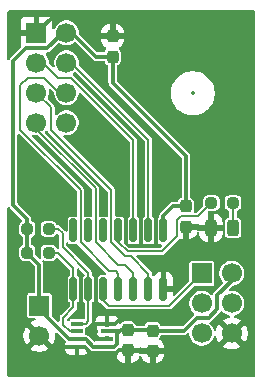
<source format=gtl>
%TF.GenerationSoftware,KiCad,Pcbnew,9.0.2*%
%TF.CreationDate,2025-11-28T20:50:14+01:00*%
%TF.ProjectId,stacja_pogodowa,73746163-6a61-45f7-906f-676f646f7761,rev?*%
%TF.SameCoordinates,Original*%
%TF.FileFunction,Copper,L1,Top*%
%TF.FilePolarity,Positive*%
%FSLAX46Y46*%
G04 Gerber Fmt 4.6, Leading zero omitted, Abs format (unit mm)*
G04 Created by KiCad (PCBNEW 9.0.2) date 2025-11-28 20:50:14*
%MOMM*%
%LPD*%
G01*
G04 APERTURE LIST*
G04 Aperture macros list*
%AMRoundRect*
0 Rectangle with rounded corners*
0 $1 Rounding radius*
0 $2 $3 $4 $5 $6 $7 $8 $9 X,Y pos of 4 corners*
0 Add a 4 corners polygon primitive as box body*
4,1,4,$2,$3,$4,$5,$6,$7,$8,$9,$2,$3,0*
0 Add four circle primitives for the rounded corners*
1,1,$1+$1,$2,$3*
1,1,$1+$1,$4,$5*
1,1,$1+$1,$6,$7*
1,1,$1+$1,$8,$9*
0 Add four rect primitives between the rounded corners*
20,1,$1+$1,$2,$3,$4,$5,0*
20,1,$1+$1,$4,$5,$6,$7,0*
20,1,$1+$1,$6,$7,$8,$9,0*
20,1,$1+$1,$8,$9,$2,$3,0*%
G04 Aperture macros list end*
%TA.AperFunction,ComponentPad*%
%ADD10R,1.700000X1.700000*%
%TD*%
%TA.AperFunction,ComponentPad*%
%ADD11C,1.700000*%
%TD*%
%TA.AperFunction,SMDPad,CuDef*%
%ADD12RoundRect,0.243750X-0.243750X-0.456250X0.243750X-0.456250X0.243750X0.456250X-0.243750X0.456250X0*%
%TD*%
%TA.AperFunction,SMDPad,CuDef*%
%ADD13RoundRect,0.237500X0.250000X0.237500X-0.250000X0.237500X-0.250000X-0.237500X0.250000X-0.237500X0*%
%TD*%
%TA.AperFunction,SMDPad,CuDef*%
%ADD14R,1.000000X0.350000*%
%TD*%
%TA.AperFunction,SMDPad,CuDef*%
%ADD15RoundRect,0.237500X-0.237500X0.300000X-0.237500X-0.300000X0.237500X-0.300000X0.237500X0.300000X0*%
%TD*%
%TA.AperFunction,SMDPad,CuDef*%
%ADD16RoundRect,0.150000X-0.150000X0.825000X-0.150000X-0.825000X0.150000X-0.825000X0.150000X0.825000X0*%
%TD*%
%TA.AperFunction,SMDPad,CuDef*%
%ADD17RoundRect,0.237500X0.237500X-0.300000X0.237500X0.300000X-0.237500X0.300000X-0.237500X-0.300000X0*%
%TD*%
%TA.AperFunction,ViaPad*%
%ADD18C,0.600000*%
%TD*%
%TA.AperFunction,Conductor*%
%ADD19C,0.200000*%
%TD*%
%TA.AperFunction,Conductor*%
%ADD20C,0.300000*%
%TD*%
%TA.AperFunction,Conductor*%
%ADD21C,0.350000*%
%TD*%
%ADD22C,0.300000*%
%ADD23C,0.350000*%
G04 APERTURE END LIST*
D10*
%TO.P,J1,1,Pin_1*%
%TO.N,VDD*%
X72200000Y-45500000D03*
D11*
%TO.P,J1,2,Pin_2*%
%TO.N,GND*%
X72200000Y-48040000D03*
%TD*%
D12*
%TO.P,D1,1,K*%
%TO.N,GND*%
X86725000Y-38900000D03*
%TO.P,D1,2,A*%
%TO.N,Net-(D1-A)*%
X88600000Y-38900000D03*
%TD*%
D13*
%TO.P,R3,1*%
%TO.N,/BME_SDA*%
X73000000Y-41000000D03*
%TO.P,R3,2*%
%TO.N,VDD*%
X71175000Y-41000000D03*
%TD*%
%TO.P,R1,1*%
%TO.N,Net-(D1-A)*%
X88600000Y-36800000D03*
%TO.P,R1,2*%
%TO.N,Net-(U2-PA6)*%
X86775000Y-36800000D03*
%TD*%
D10*
%TO.P,U1,1,GND*%
%TO.N,GND*%
X71960000Y-22380000D03*
D11*
%TO.P,U1,2,VCC*%
%TO.N,VDD*%
X74500000Y-22380000D03*
%TO.P,U1,3,CE*%
%TO.N,/NRF_CE*%
X71960000Y-24920000D03*
%TO.P,U1,4,~{CSN}*%
%TO.N,/CSN_CSN*%
X74500000Y-24920000D03*
%TO.P,U1,5,SCK*%
%TO.N,/NRF_SCK*%
X71960000Y-27460000D03*
%TO.P,U1,6,MOSI*%
%TO.N,/NRF_MOSI*%
X74500000Y-27460000D03*
%TO.P,U1,7,MISO*%
%TO.N,/NRF_MISO*%
X71960000Y-30000000D03*
%TO.P,U1,8,IRQ*%
%TO.N,unconnected-(U1-IRQ-Pad8)*%
X74500000Y-30000000D03*
%TD*%
D14*
%TO.P,U3,1,GND*%
%TO.N,GND*%
X75400000Y-48975000D03*
%TO.P,U3,2,CSB*%
%TO.N,VDD*%
X75400000Y-48325000D03*
%TO.P,U3,3,SDI*%
%TO.N,/BME_SDA*%
X75400000Y-47675000D03*
%TO.P,U3,4,SCK*%
%TO.N,/BME_SCL*%
X75400000Y-47025000D03*
%TO.P,U3,5,SDO*%
%TO.N,GND*%
X77950000Y-47025000D03*
%TO.P,U3,6,VDDIO*%
%TO.N,VDD*%
X77950000Y-47675000D03*
%TO.P,U3,7,GND*%
%TO.N,GND*%
X77950000Y-48325000D03*
%TO.P,U3,8,VDD*%
%TO.N,VDD*%
X77950000Y-48975000D03*
%TD*%
D10*
%TO.P,J2,1,Pin_1*%
%TO.N,/UPDI*%
X85960000Y-42760000D03*
D11*
%TO.P,J2,2,Pin_2*%
%TO.N,VDD*%
X88500000Y-42760000D03*
%TO.P,J2,3,Pin_3*%
%TO.N,unconnected-(J2-Pin_3-Pad3)*%
X85960000Y-45300000D03*
%TO.P,J2,4,Pin_4*%
%TO.N,unconnected-(J2-Pin_4-Pad4)*%
X88500000Y-45300000D03*
%TO.P,J2,5,Pin_5*%
%TO.N,unconnected-(J2-Pin_5-Pad5)*%
X85960000Y-47840000D03*
%TO.P,J2,6,Pin_6*%
%TO.N,GND*%
X88500000Y-47840000D03*
%TD*%
D15*
%TO.P,C3,1*%
%TO.N,VDD*%
X81800000Y-47600000D03*
%TO.P,C3,2*%
%TO.N,GND*%
X81800000Y-49325000D03*
%TD*%
D16*
%TO.P,U2,1,VCC*%
%TO.N,VDD*%
X82710000Y-39125000D03*
%TO.P,U2,2,PA4*%
%TO.N,/CSN_CSN*%
X81440000Y-39125000D03*
%TO.P,U2,3,PA5*%
%TO.N,/NRF_CE*%
X80170000Y-39125000D03*
%TO.P,U2,4,PA6*%
%TO.N,Net-(U2-PA6)*%
X78900000Y-39125000D03*
%TO.P,U2,5,PA7*%
%TO.N,unconnected-(U2-PA7-Pad5)*%
X77630000Y-39125000D03*
%TO.P,U2,6,PB3*%
%TO.N,unconnected-(U2-PB3-Pad6)*%
X76360000Y-39125000D03*
%TO.P,U2,7,PB2*%
%TO.N,unconnected-(U2-PB2-Pad7)*%
X75090000Y-39125000D03*
%TO.P,U2,8,PB1*%
%TO.N,/BME_SDA*%
X75090000Y-44075000D03*
%TO.P,U2,9,PB0*%
%TO.N,/BME_SCL*%
X76360000Y-44075000D03*
%TO.P,U2,10,~{RESET}/PA0*%
%TO.N,/UPDI*%
X77630000Y-44075000D03*
%TO.P,U2,11,PA1*%
%TO.N,/NRF_MOSI*%
X78900000Y-44075000D03*
%TO.P,U2,12,PA2*%
%TO.N,/NRF_MISO*%
X80170000Y-44075000D03*
%TO.P,U2,13,PA3*%
%TO.N,/NRF_SCK*%
X81440000Y-44075000D03*
%TO.P,U2,14,GND*%
%TO.N,GND*%
X82710000Y-44075000D03*
%TD*%
D15*
%TO.P,C1,1*%
%TO.N,VDD*%
X84600000Y-37075000D03*
%TO.P,C1,2*%
%TO.N,GND*%
X84600000Y-38800000D03*
%TD*%
%TO.P,C4,1*%
%TO.N,VDD*%
X79700000Y-47562500D03*
%TO.P,C4,2*%
%TO.N,GND*%
X79700000Y-49287500D03*
%TD*%
D17*
%TO.P,C2,1*%
%TO.N,VDD*%
X78400000Y-24400000D03*
%TO.P,C2,2*%
%TO.N,GND*%
X78400000Y-22675000D03*
%TD*%
D13*
%TO.P,R2,1*%
%TO.N,/BME_SCL*%
X73000000Y-39000000D03*
%TO.P,R2,2*%
%TO.N,VDD*%
X71175000Y-39000000D03*
%TD*%
D18*
%TO.N,GND*%
X80800000Y-26400000D03*
X80800000Y-34000000D03*
X77600000Y-36800000D03*
X72400000Y-34000000D03*
X74800000Y-50400000D03*
X88000000Y-34000000D03*
X84200000Y-50400000D03*
X76300000Y-36800000D03*
X89200000Y-26600000D03*
X75525000Y-46075000D03*
X83000000Y-34000000D03*
X78600000Y-34000000D03*
X70600000Y-50400000D03*
X73000000Y-42800000D03*
X70400000Y-42800000D03*
X81000000Y-22000000D03*
X88600000Y-50400000D03*
X88000000Y-22000000D03*
%TD*%
D19*
%TO.N,/NRF_SCK*%
X73200000Y-30600000D02*
X73200000Y-28700000D01*
X78299000Y-35699000D02*
X73200000Y-30600000D01*
X78299000Y-40140968D02*
X78299000Y-35699000D01*
X79459032Y-41301000D02*
X78299000Y-40140968D01*
X79951000Y-41301000D02*
X79459032Y-41301000D01*
X81440000Y-42790000D02*
X79951000Y-41301000D01*
X73200000Y-28700000D02*
X71960000Y-27460000D01*
X81440000Y-44075000D02*
X81440000Y-42790000D01*
D20*
%TO.N,GND*%
X85600529Y-43961000D02*
X87161000Y-43961000D01*
X78962500Y-49287500D02*
X77926000Y-50324000D01*
X76900000Y-48002000D02*
X76900000Y-47200000D01*
X86725000Y-41000000D02*
X86725000Y-38900000D01*
X86725000Y-41000000D02*
X90101000Y-41000000D01*
X77374000Y-50324000D02*
X76025000Y-48975000D01*
X77926000Y-50324000D02*
X77374000Y-50324000D01*
X84600000Y-38800000D02*
X86625000Y-38800000D01*
X90101000Y-41000000D02*
X90101000Y-26101000D01*
X77325000Y-22675000D02*
X78400000Y-22675000D01*
X77075000Y-47025000D02*
X77700000Y-47025000D01*
X86675000Y-22675000D02*
X78400000Y-22675000D01*
D21*
X79737500Y-49325000D02*
X79700000Y-49287500D01*
D20*
X73240000Y-21100000D02*
X75700000Y-21100000D01*
X87161000Y-43961000D02*
X87161000Y-41559000D01*
X88500000Y-47840000D02*
X87015000Y-49325000D01*
X83143265Y-46418265D02*
X85600529Y-43961000D01*
X77223000Y-48325000D02*
X76900000Y-48002000D01*
X87161000Y-41559000D02*
X86725000Y-41559000D01*
X87015000Y-49325000D02*
X81800000Y-49325000D01*
X75700000Y-21100000D02*
X77300000Y-22700000D01*
X71960000Y-22380000D02*
X73240000Y-21100000D01*
X77950000Y-47025000D02*
X78600000Y-47025000D01*
X76025000Y-48975000D02*
X73135000Y-48975000D01*
X77700000Y-48325000D02*
X77223000Y-48325000D01*
X86725000Y-41559000D02*
X86725000Y-41000000D01*
X76900000Y-47200000D02*
X77075000Y-47025000D01*
X82710000Y-44075000D02*
X82710000Y-42490000D01*
X81800000Y-49325000D02*
X79737500Y-49325000D01*
X84600000Y-40600000D02*
X84600000Y-38800000D01*
X79700000Y-49287500D02*
X78962500Y-49287500D01*
X90101000Y-46239000D02*
X90101000Y-41000000D01*
X88500000Y-47840000D02*
X90101000Y-46239000D01*
D21*
X84700000Y-38900000D02*
X84600000Y-38800000D01*
D20*
X86625000Y-38800000D02*
X86725000Y-38900000D01*
X90101000Y-26101000D02*
X86675000Y-22675000D01*
X73135000Y-48975000D02*
X72200000Y-48040000D01*
X82710000Y-42490000D02*
X84600000Y-40600000D01*
X79206735Y-46418265D02*
X83143265Y-46418265D01*
X78600000Y-47025000D02*
X79206735Y-46418265D01*
%TO.N,VDD*%
X78550000Y-48975000D02*
X78801000Y-48724000D01*
X78801000Y-48724000D02*
X78801000Y-47911500D01*
X70000000Y-37000000D02*
X71175000Y-38175000D01*
X76125000Y-48325000D02*
X75825000Y-48325000D01*
D21*
X82710000Y-38490000D02*
X82710000Y-39125000D01*
D20*
X70000000Y-24800000D02*
X70000000Y-37000000D01*
X77000000Y-24400000D02*
X78400000Y-24400000D01*
X79700000Y-47562500D02*
X81762500Y-47562500D01*
X74500000Y-22380000D02*
X74980000Y-22380000D01*
X79150000Y-47562500D02*
X79700000Y-47562500D01*
X87274000Y-44590462D02*
X88500000Y-43364462D01*
X78400000Y-26600000D02*
X84600000Y-32800000D01*
X72875000Y-23700000D02*
X71100000Y-23700000D01*
X78801000Y-47911500D02*
X79150000Y-47562500D01*
X84125000Y-37075000D02*
X83525000Y-37075000D01*
X84600000Y-32800000D02*
X84600000Y-37075000D01*
D21*
X77700000Y-48975000D02*
X78025000Y-48975000D01*
D20*
X72200000Y-42025000D02*
X71175000Y-41000000D01*
X87274000Y-45807826D02*
X87274000Y-44590462D01*
X74195000Y-22380000D02*
X72875000Y-23700000D01*
X74500000Y-22380000D02*
X74195000Y-22380000D01*
X71175000Y-41000000D02*
X71175000Y-39000000D01*
D21*
X84600000Y-37075000D02*
X84125000Y-37075000D01*
D20*
X82710000Y-37890000D02*
X82710000Y-38490000D01*
X78400000Y-24400000D02*
X78400000Y-26600000D01*
X75650000Y-48325000D02*
X74750000Y-48325000D01*
D21*
X81762500Y-47562500D02*
X81800000Y-47600000D01*
D20*
X77700000Y-47675000D02*
X79037500Y-47675000D01*
X79037500Y-47675000D02*
X79150000Y-47562500D01*
X74980000Y-22380000D02*
X77000000Y-24400000D01*
X74750000Y-48325000D02*
X72200000Y-45775000D01*
X84466174Y-47600000D02*
X85540174Y-46526000D01*
X71100000Y-23700000D02*
X70000000Y-24800000D01*
D21*
X88500000Y-43364462D02*
X88500000Y-42760000D01*
D20*
X81800000Y-47600000D02*
X84466174Y-47600000D01*
X83525000Y-37075000D02*
X82710000Y-37890000D01*
X85540174Y-46526000D02*
X86555826Y-46526000D01*
X71175000Y-38175000D02*
X71175000Y-39000000D01*
X77950000Y-48975000D02*
X78550000Y-48975000D01*
X72200000Y-45500000D02*
X72200000Y-42025000D01*
X72200000Y-45775000D02*
X72200000Y-45500000D01*
X86555826Y-46526000D02*
X87274000Y-45807826D01*
X76775000Y-48975000D02*
X76125000Y-48325000D01*
X77700000Y-48975000D02*
X76775000Y-48975000D01*
D19*
%TO.N,/UPDI*%
X77630000Y-44075000D02*
X77630000Y-45049999D01*
X77630000Y-45049999D02*
X78080001Y-45500000D01*
X78080001Y-45500000D02*
X83220000Y-45500000D01*
X83220000Y-45500000D02*
X85960000Y-42760000D01*
%TO.N,Net-(D1-A)*%
X88600000Y-38900000D02*
X88600000Y-36800000D01*
%TO.N,Net-(U2-PA6)*%
X78900000Y-40099999D02*
X79700001Y-40900000D01*
X83824000Y-39627968D02*
X83824000Y-38270366D01*
X79700001Y-40900000D02*
X82551968Y-40900000D01*
X85661500Y-37913500D02*
X86775000Y-36800000D01*
X82551968Y-40900000D02*
X83824000Y-39627968D01*
X83824000Y-38270366D02*
X84180866Y-37913500D01*
X84180866Y-37913500D02*
X85661500Y-37913500D01*
X78900000Y-39125000D02*
X78900000Y-40099999D01*
%TO.N,/BME_SCL*%
X74175000Y-40550000D02*
X76360000Y-42735000D01*
X74175000Y-39375000D02*
X74175000Y-40550000D01*
X76125000Y-47025000D02*
X76360000Y-46790000D01*
X76360000Y-46790000D02*
X76360000Y-44075000D01*
X73000000Y-39000000D02*
X73800000Y-39000000D01*
X75650000Y-47025000D02*
X76125000Y-47025000D01*
X73800000Y-39000000D02*
X74175000Y-39375000D01*
X76360000Y-42735000D02*
X76360000Y-44075000D01*
%TO.N,/BME_SDA*%
X75090000Y-44075000D02*
X75090000Y-42340000D01*
X75400000Y-47675000D02*
X74773000Y-47675000D01*
X74225000Y-46500000D02*
X75090000Y-45635000D01*
X74225000Y-47127000D02*
X74225000Y-46500000D01*
X75090000Y-45635000D02*
X75090000Y-45450000D01*
X75090000Y-44075000D02*
X75090000Y-45450000D01*
X74773000Y-47675000D02*
X74225000Y-47127000D01*
X73750000Y-41000000D02*
X73000000Y-41000000D01*
X75090000Y-42340000D02*
X73750000Y-41000000D01*
X75200000Y-47675000D02*
X75650000Y-47675000D01*
%TO.N,/CSN_CSN*%
X74913367Y-24920000D02*
X74500000Y-24920000D01*
X81440000Y-39125000D02*
X81440000Y-31446633D01*
X81440000Y-31446633D02*
X74913367Y-24920000D01*
%TO.N,/NRF_CE*%
X74867760Y-26200000D02*
X73800000Y-26200000D01*
X72520000Y-24920000D02*
X71960000Y-24920000D01*
X80170000Y-31502240D02*
X74867760Y-26200000D01*
X80170000Y-39125000D02*
X80170000Y-31502240D01*
X73800000Y-26200000D02*
X72520000Y-24920000D01*
%TO.N,/NRF_MISO*%
X76961000Y-35561000D02*
X71960000Y-30560000D01*
X79414984Y-42014984D02*
X78835016Y-42014984D01*
X80170000Y-42770000D02*
X79414984Y-42014984D01*
X80170000Y-44075000D02*
X80170000Y-42770000D01*
X78835016Y-42014984D02*
X76961000Y-40140968D01*
X76961000Y-40140968D02*
X76961000Y-35561000D01*
X71960000Y-30560000D02*
X71960000Y-30000000D01*
%TO.N,/NRF_MOSI*%
X78687484Y-42587484D02*
X78137516Y-42587484D01*
X78900000Y-42800000D02*
X78687484Y-42587484D01*
X70601000Y-26799000D02*
X71200000Y-26200000D01*
X73860000Y-27460000D02*
X74500000Y-27460000D01*
X78137516Y-42587484D02*
X75691000Y-40140968D01*
X71200000Y-26200000D02*
X72600000Y-26200000D01*
X72600000Y-26200000D02*
X73860000Y-27460000D01*
X75691000Y-40140968D02*
X75691000Y-35691000D01*
X78900000Y-44075000D02*
X78900000Y-42800000D01*
X75691000Y-35691000D02*
X70601000Y-30601000D01*
X70601000Y-30601000D02*
X70601000Y-26799000D01*
%TD*%
%TA.AperFunction,Conductor*%
%TO.N,GND*%
G36*
X90458691Y-20519407D02*
G01*
X90494655Y-20568907D01*
X90499500Y-20599500D01*
X90499500Y-51400500D01*
X90480593Y-51458691D01*
X90431093Y-51494655D01*
X90400500Y-51499500D01*
X69599500Y-51499500D01*
X69541309Y-51480593D01*
X69505345Y-51431093D01*
X69500500Y-51400500D01*
X69500500Y-37205313D01*
X69519407Y-37147122D01*
X69568907Y-37111158D01*
X69630093Y-37111158D01*
X69679593Y-37147122D01*
X69685228Y-37155800D01*
X69719530Y-37215212D01*
X70233304Y-37728986D01*
X70727112Y-38222794D01*
X70754889Y-38277311D01*
X70745318Y-38337743D01*
X70715897Y-38372453D01*
X70611791Y-38449287D01*
X70611785Y-38449293D01*
X70533384Y-38555523D01*
X70489776Y-38680147D01*
X70489774Y-38680155D01*
X70487000Y-38709733D01*
X70487000Y-39290266D01*
X70489774Y-39319844D01*
X70489776Y-39319852D01*
X70533384Y-39444476D01*
X70611785Y-39550706D01*
X70611789Y-39550711D01*
X70611792Y-39550713D01*
X70611793Y-39550714D01*
X70718021Y-39629114D01*
X70718023Y-39629114D01*
X70718025Y-39629116D01*
X70758198Y-39643173D01*
X70806878Y-39680238D01*
X70824500Y-39736617D01*
X70824500Y-40263382D01*
X70805593Y-40321573D01*
X70758198Y-40356826D01*
X70718027Y-40370882D01*
X70718021Y-40370885D01*
X70611793Y-40449285D01*
X70611785Y-40449293D01*
X70533384Y-40555523D01*
X70489776Y-40680147D01*
X70489774Y-40680155D01*
X70487000Y-40709733D01*
X70487000Y-41290266D01*
X70489774Y-41319844D01*
X70489776Y-41319852D01*
X70533384Y-41444476D01*
X70607928Y-41545480D01*
X70611789Y-41550711D01*
X70611792Y-41550713D01*
X70611793Y-41550714D01*
X70718023Y-41629115D01*
X70718024Y-41629115D01*
X70718025Y-41629116D01*
X70842651Y-41672725D01*
X70869941Y-41675284D01*
X70872233Y-41675499D01*
X70872238Y-41675500D01*
X70872244Y-41675500D01*
X71313810Y-41675500D01*
X71372001Y-41694407D01*
X71383814Y-41704496D01*
X71820504Y-42141186D01*
X71848281Y-42195703D01*
X71849500Y-42211190D01*
X71849500Y-44350500D01*
X71830593Y-44408691D01*
X71781093Y-44444655D01*
X71750500Y-44449500D01*
X71330252Y-44449500D01*
X71330251Y-44449500D01*
X71330241Y-44449501D01*
X71271772Y-44461132D01*
X71271766Y-44461134D01*
X71205451Y-44505445D01*
X71205445Y-44505451D01*
X71161134Y-44571766D01*
X71161132Y-44571772D01*
X71149501Y-44630241D01*
X71149500Y-44630253D01*
X71149500Y-46369746D01*
X71149501Y-46369758D01*
X71161132Y-46428227D01*
X71161134Y-46428233D01*
X71204282Y-46492807D01*
X71205448Y-46494552D01*
X71271769Y-46538867D01*
X71316231Y-46547711D01*
X71330241Y-46550498D01*
X71330246Y-46550498D01*
X71330252Y-46550500D01*
X71790456Y-46550500D01*
X71848647Y-46569407D01*
X71884611Y-46618907D01*
X71884611Y-46680093D01*
X71848647Y-46729593D01*
X71821049Y-46743655D01*
X71681784Y-46788904D01*
X71492446Y-46885376D01*
X71492442Y-46885378D01*
X71438282Y-46924728D01*
X72070591Y-47557037D01*
X72007007Y-47574075D01*
X71892993Y-47639901D01*
X71799901Y-47732993D01*
X71734075Y-47847007D01*
X71717037Y-47910591D01*
X71084728Y-47278282D01*
X71045378Y-47332442D01*
X71045376Y-47332446D01*
X70948904Y-47521784D01*
X70883240Y-47723878D01*
X70850000Y-47933749D01*
X70850000Y-48146250D01*
X70883240Y-48356121D01*
X70948904Y-48558215D01*
X71045376Y-48747553D01*
X71045380Y-48747559D01*
X71084728Y-48801716D01*
X71084729Y-48801716D01*
X71717037Y-48169407D01*
X71734075Y-48232993D01*
X71799901Y-48347007D01*
X71892993Y-48440099D01*
X72007007Y-48505925D01*
X72070589Y-48522962D01*
X71438282Y-49155269D01*
X71438282Y-49155270D01*
X71492440Y-49194619D01*
X71492446Y-49194623D01*
X71681784Y-49291095D01*
X71883878Y-49356759D01*
X72093750Y-49390000D01*
X72306250Y-49390000D01*
X72516121Y-49356759D01*
X72718215Y-49291095D01*
X72901268Y-49197824D01*
X74399999Y-49197824D01*
X74406401Y-49257370D01*
X74406403Y-49257381D01*
X74456646Y-49392088D01*
X74456647Y-49392090D01*
X74542807Y-49507184D01*
X74542815Y-49507192D01*
X74657909Y-49593352D01*
X74657911Y-49593353D01*
X74792618Y-49643596D01*
X74792629Y-49643598D01*
X74852176Y-49650000D01*
X75224999Y-49650000D01*
X75225000Y-49649999D01*
X75225000Y-49150001D01*
X75224999Y-49150000D01*
X74400001Y-49150000D01*
X74400000Y-49150001D01*
X74400000Y-49197824D01*
X74399999Y-49197824D01*
X72901268Y-49197824D01*
X72907556Y-49194620D01*
X72961716Y-49155270D01*
X72329408Y-48522962D01*
X72392993Y-48505925D01*
X72507007Y-48440099D01*
X72600099Y-48347007D01*
X72665925Y-48232993D01*
X72682962Y-48169408D01*
X73315270Y-48801716D01*
X73354620Y-48747556D01*
X73451095Y-48558215D01*
X73516759Y-48356121D01*
X73550000Y-48146250D01*
X73550000Y-47933751D01*
X73538747Y-47862706D01*
X73548318Y-47802274D01*
X73591582Y-47759009D01*
X73652014Y-47749437D01*
X73706531Y-47777214D01*
X73706532Y-47777214D01*
X74419966Y-48490648D01*
X74447743Y-48545165D01*
X74442720Y-48595248D01*
X74406403Y-48692618D01*
X74406401Y-48692629D01*
X74400000Y-48752175D01*
X74400000Y-48799999D01*
X74400001Y-48800000D01*
X75301000Y-48800000D01*
X75359191Y-48818907D01*
X75395155Y-48868407D01*
X75400000Y-48899000D01*
X75400000Y-48974999D01*
X75400001Y-48975000D01*
X75476000Y-48975000D01*
X75534191Y-48993907D01*
X75570155Y-49043407D01*
X75575000Y-49074000D01*
X75575000Y-49649999D01*
X75575001Y-49650000D01*
X75947824Y-49650000D01*
X76007370Y-49643598D01*
X76007381Y-49643596D01*
X76142088Y-49593353D01*
X76142090Y-49593352D01*
X76257184Y-49507192D01*
X76257192Y-49507184D01*
X76343352Y-49392090D01*
X76343353Y-49392088D01*
X76385428Y-49279279D01*
X76423478Y-49231364D01*
X76482425Y-49214966D01*
X76539753Y-49236347D01*
X76548180Y-49243862D01*
X76559788Y-49255470D01*
X76598871Y-49278034D01*
X76627481Y-49294553D01*
X76627480Y-49294553D01*
X76637124Y-49300120D01*
X76639712Y-49301614D01*
X76728856Y-49325500D01*
X77321732Y-49325500D01*
X77361723Y-49337630D01*
X77362757Y-49335134D01*
X77371764Y-49338863D01*
X77371769Y-49338867D01*
X77416231Y-49347711D01*
X77430241Y-49350498D01*
X77430246Y-49350498D01*
X77430252Y-49350500D01*
X77430253Y-49350500D01*
X78469747Y-49350500D01*
X78469748Y-49350500D01*
X78528231Y-49338867D01*
X78528237Y-49338862D01*
X78537243Y-49335134D01*
X78537994Y-49336947D01*
X78568959Y-49325939D01*
X78573607Y-49325500D01*
X78596144Y-49325500D01*
X78608411Y-49322212D01*
X78616691Y-49321431D01*
X78638824Y-49326380D01*
X78661476Y-49327567D01*
X78668092Y-49332925D01*
X78676402Y-49334783D01*
X78691400Y-49351797D01*
X78709027Y-49366071D01*
X78711580Y-49374691D01*
X78716861Y-49380682D01*
X78718501Y-49398055D01*
X78725000Y-49419992D01*
X78725000Y-49636654D01*
X78735317Y-49737642D01*
X78735320Y-49737654D01*
X78789548Y-49901306D01*
X78880053Y-50048035D01*
X79001964Y-50169946D01*
X79148693Y-50260451D01*
X79312351Y-50314681D01*
X79413344Y-50324999D01*
X79449999Y-50324999D01*
X79450000Y-50324998D01*
X79450000Y-49537501D01*
X79950000Y-49537501D01*
X79950000Y-50324998D01*
X79950001Y-50324999D01*
X79986654Y-50324999D01*
X80087642Y-50314682D01*
X80087654Y-50314679D01*
X80251306Y-50260451D01*
X80398035Y-50169946D01*
X80519946Y-50048035D01*
X80610451Y-49901305D01*
X80649811Y-49782523D01*
X80686061Y-49733233D01*
X80744361Y-49714664D01*
X80802441Y-49733909D01*
X80837761Y-49782522D01*
X80889548Y-49938806D01*
X80980053Y-50085535D01*
X81101964Y-50207446D01*
X81248693Y-50297951D01*
X81412351Y-50352181D01*
X81513344Y-50362499D01*
X81549999Y-50362499D01*
X81550000Y-50362498D01*
X81550000Y-49575001D01*
X82050000Y-49575001D01*
X82050000Y-50362498D01*
X82050001Y-50362499D01*
X82086654Y-50362499D01*
X82187642Y-50352182D01*
X82187654Y-50352179D01*
X82351306Y-50297951D01*
X82498035Y-50207446D01*
X82619946Y-50085535D01*
X82710451Y-49938806D01*
X82764681Y-49775148D01*
X82775000Y-49674155D01*
X82775000Y-49575001D01*
X82774999Y-49575000D01*
X82050001Y-49575000D01*
X82050000Y-49575001D01*
X81550000Y-49575001D01*
X81549999Y-49575000D01*
X80811761Y-49575000D01*
X80784234Y-49589025D01*
X80723802Y-49579451D01*
X80698746Y-49561247D01*
X80674999Y-49537500D01*
X79950001Y-49537500D01*
X79950000Y-49537501D01*
X79450000Y-49537501D01*
X79450000Y-49386500D01*
X79468907Y-49328309D01*
X79518407Y-49292345D01*
X79549000Y-49287500D01*
X79699999Y-49287500D01*
X79700000Y-49287499D01*
X79700000Y-49136500D01*
X79718907Y-49078309D01*
X79768407Y-49042345D01*
X79799000Y-49037500D01*
X80688236Y-49037500D01*
X80715759Y-49023475D01*
X80776191Y-49033045D01*
X80801253Y-49051252D01*
X80825001Y-49075000D01*
X82774998Y-49075000D01*
X82774999Y-49074999D01*
X82774999Y-48975845D01*
X82764682Y-48874857D01*
X82764679Y-48874845D01*
X82710451Y-48711193D01*
X82619946Y-48564464D01*
X82498036Y-48442554D01*
X82371630Y-48364585D01*
X82332029Y-48317944D01*
X82327406Y-48256934D01*
X82347946Y-48220390D01*
X82346306Y-48219180D01*
X82399571Y-48147007D01*
X82429116Y-48106975D01*
X82452552Y-48040000D01*
X82460670Y-48016802D01*
X82497736Y-47968121D01*
X82554114Y-47950500D01*
X84512316Y-47950500D01*
X84512318Y-47950500D01*
X84601462Y-47926614D01*
X84620781Y-47915460D01*
X84681386Y-47880470D01*
X84744739Y-47817116D01*
X84749452Y-47813425D01*
X84772832Y-47804882D01*
X84795012Y-47793581D01*
X84801116Y-47794547D01*
X84806921Y-47792427D01*
X84830857Y-47799258D01*
X84855444Y-47803152D01*
X84859813Y-47807521D01*
X84865758Y-47809218D01*
X84881109Y-47828816D01*
X84898709Y-47846416D01*
X84900395Y-47853438D01*
X84903487Y-47857386D01*
X84903867Y-47867901D01*
X84909500Y-47891362D01*
X84909500Y-47943467D01*
X84949869Y-48146418D01*
X85029058Y-48337597D01*
X85142353Y-48507156D01*
X85144023Y-48509655D01*
X85290345Y-48655977D01*
X85462402Y-48770941D01*
X85653580Y-48850130D01*
X85856535Y-48890500D01*
X85856536Y-48890500D01*
X86063464Y-48890500D01*
X86063465Y-48890500D01*
X86266420Y-48850130D01*
X86457598Y-48770941D01*
X86629655Y-48655977D01*
X86775977Y-48509655D01*
X86890941Y-48337598D01*
X86970130Y-48146420D01*
X86979762Y-48097996D01*
X87009656Y-48044613D01*
X87065221Y-48018996D01*
X87125231Y-48030932D01*
X87166764Y-48075861D01*
X87174640Y-48101822D01*
X87183241Y-48156122D01*
X87248904Y-48358215D01*
X87345376Y-48547553D01*
X87345380Y-48547559D01*
X87384728Y-48601716D01*
X87384729Y-48601716D01*
X88017037Y-47969407D01*
X88034075Y-48032993D01*
X88099901Y-48147007D01*
X88192993Y-48240099D01*
X88307007Y-48305925D01*
X88370589Y-48322962D01*
X87738282Y-48955269D01*
X87738282Y-48955270D01*
X87792440Y-48994619D01*
X87792446Y-48994623D01*
X87981784Y-49091095D01*
X88183878Y-49156759D01*
X88393750Y-49190000D01*
X88606250Y-49190000D01*
X88816121Y-49156759D01*
X89018215Y-49091095D01*
X89207556Y-48994620D01*
X89261716Y-48955270D01*
X88629408Y-48322962D01*
X88692993Y-48305925D01*
X88807007Y-48240099D01*
X88900099Y-48147007D01*
X88965925Y-48032993D01*
X88982962Y-47969408D01*
X89615270Y-48601716D01*
X89654620Y-48547556D01*
X89751095Y-48358215D01*
X89816759Y-48156121D01*
X89850000Y-47946250D01*
X89850000Y-47733749D01*
X89816759Y-47523878D01*
X89751095Y-47321784D01*
X89654623Y-47132446D01*
X89654619Y-47132440D01*
X89615270Y-47078282D01*
X89615269Y-47078282D01*
X88982962Y-47710589D01*
X88965925Y-47647007D01*
X88900099Y-47532993D01*
X88807007Y-47439901D01*
X88692993Y-47374075D01*
X88629407Y-47357037D01*
X89261716Y-46724729D01*
X89261716Y-46724728D01*
X89207559Y-46685380D01*
X89207553Y-46685376D01*
X89018215Y-46588904D01*
X88816122Y-46523241D01*
X88761822Y-46514640D01*
X88707306Y-46486862D01*
X88679529Y-46432345D01*
X88689101Y-46371913D01*
X88732366Y-46328649D01*
X88757993Y-46319762D01*
X88806420Y-46310130D01*
X88997598Y-46230941D01*
X89169655Y-46115977D01*
X89315977Y-45969655D01*
X89430941Y-45797598D01*
X89510130Y-45606420D01*
X89550500Y-45403465D01*
X89550500Y-45196535D01*
X89510130Y-44993580D01*
X89430941Y-44802402D01*
X89315977Y-44630345D01*
X89169655Y-44484023D01*
X89135399Y-44461134D01*
X88997597Y-44369058D01*
X88806418Y-44289869D01*
X88603467Y-44249500D01*
X88603465Y-44249500D01*
X88396535Y-44249500D01*
X88396527Y-44249500D01*
X88359743Y-44256817D01*
X88298982Y-44249624D01*
X88254053Y-44208091D01*
X88242117Y-44148081D01*
X88267734Y-44092516D01*
X88270414Y-44089728D01*
X88384144Y-43976000D01*
X88520649Y-43839496D01*
X88575165Y-43811719D01*
X88590652Y-43810500D01*
X88603464Y-43810500D01*
X88603465Y-43810500D01*
X88806420Y-43770130D01*
X88997598Y-43690941D01*
X89169655Y-43575977D01*
X89315977Y-43429655D01*
X89430941Y-43257598D01*
X89510130Y-43066420D01*
X89550500Y-42863465D01*
X89550500Y-42656535D01*
X89510130Y-42453580D01*
X89430941Y-42262402D01*
X89315977Y-42090345D01*
X89169655Y-41944023D01*
X89089182Y-41890253D01*
X88997597Y-41829058D01*
X88806418Y-41749869D01*
X88603467Y-41709500D01*
X88603465Y-41709500D01*
X88396535Y-41709500D01*
X88396532Y-41709500D01*
X88193581Y-41749869D01*
X88002402Y-41829058D01*
X87830348Y-41944020D01*
X87684020Y-42090348D01*
X87569058Y-42262402D01*
X87489869Y-42453581D01*
X87449500Y-42656532D01*
X87449500Y-42863467D01*
X87489869Y-43066418D01*
X87569058Y-43257597D01*
X87684020Y-43429651D01*
X87684023Y-43429655D01*
X87741571Y-43487203D01*
X87769347Y-43541718D01*
X87759776Y-43602150D01*
X87741570Y-43627208D01*
X86993529Y-44375250D01*
X86950662Y-44449498D01*
X86950662Y-44449500D01*
X86947386Y-44455174D01*
X86945789Y-44461134D01*
X86923499Y-44544320D01*
X86922653Y-44550752D01*
X86919760Y-44550371D01*
X86904593Y-44597052D01*
X86855093Y-44633016D01*
X86793907Y-44633016D01*
X86754498Y-44608866D01*
X86629655Y-44484023D01*
X86595399Y-44461134D01*
X86457597Y-44369058D01*
X86266418Y-44289869D01*
X86063467Y-44249500D01*
X86063465Y-44249500D01*
X85856535Y-44249500D01*
X85856532Y-44249500D01*
X85653581Y-44289869D01*
X85462402Y-44369058D01*
X85290348Y-44484020D01*
X85144020Y-44630348D01*
X85029058Y-44802402D01*
X84949869Y-44993581D01*
X84909500Y-45196532D01*
X84909500Y-45403467D01*
X84949869Y-45606418D01*
X85029058Y-45797597D01*
X85079412Y-45872957D01*
X85144023Y-45969655D01*
X85290345Y-46115977D01*
X85290348Y-46115979D01*
X85290353Y-46115984D01*
X85294107Y-46119065D01*
X85292969Y-46120450D01*
X85326326Y-46162737D01*
X85328746Y-46223874D01*
X85303459Y-46267034D01*
X84349988Y-47220504D01*
X84295471Y-47248281D01*
X84279984Y-47249500D01*
X82554114Y-47249500D01*
X82495923Y-47230593D01*
X82460670Y-47183198D01*
X82442908Y-47132440D01*
X82429116Y-47093025D01*
X82429113Y-47093021D01*
X82350714Y-46986793D01*
X82350713Y-46986792D01*
X82350711Y-46986789D01*
X82334075Y-46974511D01*
X82244476Y-46908384D01*
X82119852Y-46864776D01*
X82119851Y-46864775D01*
X82119849Y-46864775D01*
X82119847Y-46864774D01*
X82119844Y-46864774D01*
X82090266Y-46862000D01*
X82090256Y-46862000D01*
X81509744Y-46862000D01*
X81509733Y-46862000D01*
X81480155Y-46864774D01*
X81480147Y-46864776D01*
X81355523Y-46908384D01*
X81249293Y-46986785D01*
X81249285Y-46986793D01*
X81170885Y-47093021D01*
X81170882Y-47093027D01*
X81152452Y-47145698D01*
X81115386Y-47194379D01*
X81059008Y-47212000D01*
X80454114Y-47212000D01*
X80395923Y-47193093D01*
X80360670Y-47145698D01*
X80342237Y-47093023D01*
X80329116Y-47055525D01*
X80305166Y-47023074D01*
X80250714Y-46949293D01*
X80250712Y-46949291D01*
X80250711Y-46949289D01*
X80250706Y-46949285D01*
X80144476Y-46870884D01*
X80019852Y-46827276D01*
X80019851Y-46827275D01*
X80019849Y-46827275D01*
X80019847Y-46827274D01*
X80019844Y-46827274D01*
X79990266Y-46824500D01*
X79990256Y-46824500D01*
X79409744Y-46824500D01*
X79409733Y-46824500D01*
X79380155Y-46827274D01*
X79380147Y-46827276D01*
X79255523Y-46870884D01*
X79149293Y-46949285D01*
X79149287Y-46949291D01*
X79128655Y-46977247D01*
X79078887Y-47012839D01*
X79017703Y-47012381D01*
X78968474Y-46976047D01*
X78950000Y-46918458D01*
X78950000Y-46802175D01*
X78943598Y-46742629D01*
X78943596Y-46742618D01*
X78893353Y-46607911D01*
X78893352Y-46607909D01*
X78807192Y-46492815D01*
X78807184Y-46492807D01*
X78692090Y-46406647D01*
X78692088Y-46406646D01*
X78557381Y-46356403D01*
X78557370Y-46356401D01*
X78497824Y-46350000D01*
X78125001Y-46350000D01*
X78125000Y-46350001D01*
X78125000Y-47200500D01*
X78120155Y-47215411D01*
X78120155Y-47231093D01*
X78110938Y-47243778D01*
X78106093Y-47258691D01*
X78093407Y-47267907D01*
X78084191Y-47280593D01*
X78069278Y-47285438D01*
X78056593Y-47294655D01*
X78026000Y-47299500D01*
X77874000Y-47299500D01*
X77815809Y-47280593D01*
X77779845Y-47231093D01*
X77775000Y-47200500D01*
X77775000Y-47200001D01*
X77774999Y-47200000D01*
X76950001Y-47200000D01*
X76950000Y-47200001D01*
X76950000Y-47247824D01*
X76949999Y-47247824D01*
X76956401Y-47307370D01*
X76956403Y-47307381D01*
X77006646Y-47442088D01*
X77006647Y-47442090D01*
X77092807Y-47557184D01*
X77092811Y-47557188D01*
X77144317Y-47595745D01*
X77179570Y-47645754D01*
X77178696Y-47706933D01*
X77144318Y-47754251D01*
X77092816Y-47792806D01*
X77092807Y-47792815D01*
X77006647Y-47907909D01*
X77006646Y-47907911D01*
X76956403Y-48042618D01*
X76956401Y-48042629D01*
X76950000Y-48102175D01*
X76950000Y-48149999D01*
X76950001Y-48150000D01*
X77774999Y-48150000D01*
X77775000Y-48149999D01*
X77775000Y-48149500D01*
X77779845Y-48134588D01*
X77779845Y-48118907D01*
X77789061Y-48106221D01*
X77793907Y-48091309D01*
X77806592Y-48082092D01*
X77815809Y-48069407D01*
X77830721Y-48064561D01*
X77843407Y-48055345D01*
X77874000Y-48050500D01*
X78026000Y-48050500D01*
X78084191Y-48069407D01*
X78120155Y-48118907D01*
X78125000Y-48149500D01*
X78125000Y-48226000D01*
X78106093Y-48284191D01*
X78056593Y-48320155D01*
X78026000Y-48325000D01*
X77950001Y-48325000D01*
X77950000Y-48325001D01*
X77950000Y-48401000D01*
X77931093Y-48459191D01*
X77881593Y-48495155D01*
X77851000Y-48500000D01*
X76950000Y-48500000D01*
X76942844Y-48507156D01*
X76888327Y-48534932D01*
X76827895Y-48525360D01*
X76802838Y-48507155D01*
X76340214Y-48044532D01*
X76340212Y-48044530D01*
X76260288Y-47998386D01*
X76255294Y-47997047D01*
X76245979Y-47994551D01*
X76245979Y-47994552D01*
X76173396Y-47975103D01*
X76122083Y-47941780D01*
X76100156Y-47884659D01*
X76100498Y-47869756D01*
X76100500Y-47869748D01*
X76100500Y-47480252D01*
X76100499Y-47480250D01*
X76100499Y-47480243D01*
X76092607Y-47440571D01*
X76099797Y-47379809D01*
X76141329Y-47334879D01*
X76164081Y-47325628D01*
X76164559Y-47325500D01*
X76164562Y-47325500D01*
X76240989Y-47305021D01*
X76240992Y-47305019D01*
X76240993Y-47305019D01*
X76274908Y-47285438D01*
X76309511Y-47265460D01*
X76344378Y-47230593D01*
X76365461Y-47209511D01*
X76519448Y-47055523D01*
X76600460Y-46974511D01*
X76615022Y-46949289D01*
X76618949Y-46942488D01*
X76632822Y-46918458D01*
X76640021Y-46905989D01*
X76660500Y-46829562D01*
X76660500Y-46802175D01*
X76950000Y-46802175D01*
X76950000Y-46849999D01*
X76950001Y-46850000D01*
X77774999Y-46850000D01*
X77775000Y-46849999D01*
X77775000Y-46350001D01*
X77774999Y-46350000D01*
X77402176Y-46350000D01*
X77342629Y-46356401D01*
X77342618Y-46356403D01*
X77207911Y-46406646D01*
X77207909Y-46406647D01*
X77092815Y-46492807D01*
X77092807Y-46492815D01*
X77006647Y-46607909D01*
X77006646Y-46607911D01*
X76956403Y-46742618D01*
X76956401Y-46742629D01*
X76950000Y-46802175D01*
X76660500Y-46802175D01*
X76660500Y-45278365D01*
X76679407Y-45220174D01*
X76710108Y-45194389D01*
X76709806Y-45193965D01*
X76715197Y-45190115D01*
X76716020Y-45189423D01*
X76716483Y-45189198D01*
X76799198Y-45106483D01*
X76850573Y-45001393D01*
X76860500Y-44933260D01*
X76860500Y-43216740D01*
X76850573Y-43148607D01*
X76799198Y-43043517D01*
X76716483Y-42960802D01*
X76716017Y-42960574D01*
X76715603Y-42960173D01*
X76709808Y-42956036D01*
X76710428Y-42955167D01*
X76672045Y-42918031D01*
X76660500Y-42871635D01*
X76660500Y-42695439D01*
X76660500Y-42695438D01*
X76649400Y-42654012D01*
X76649400Y-42654011D01*
X76649400Y-42654010D01*
X76640021Y-42619010D01*
X76640020Y-42619008D01*
X76600463Y-42550493D01*
X76600462Y-42550492D01*
X76600461Y-42550491D01*
X76600460Y-42550489D01*
X74504496Y-40454525D01*
X74476719Y-40400008D01*
X74475500Y-40384521D01*
X74475500Y-40219988D01*
X74494407Y-40161797D01*
X74543907Y-40125833D01*
X74605093Y-40125833D01*
X74642600Y-40153083D01*
X74645002Y-40150682D01*
X74650801Y-40156481D01*
X74650802Y-40156483D01*
X74733517Y-40239198D01*
X74769116Y-40256601D01*
X74838604Y-40290572D01*
X74838605Y-40290572D01*
X74838607Y-40290573D01*
X74906740Y-40300500D01*
X74906743Y-40300500D01*
X75273257Y-40300500D01*
X75273260Y-40300500D01*
X75341393Y-40290573D01*
X75341398Y-40290570D01*
X75342136Y-40290343D01*
X75342893Y-40290353D01*
X75349001Y-40289464D01*
X75349143Y-40290443D01*
X75403315Y-40291223D01*
X75445411Y-40321430D01*
X75445952Y-40320890D01*
X75449241Y-40324179D01*
X75449911Y-40324660D01*
X75450534Y-40325472D01*
X75450538Y-40325476D01*
X75450540Y-40325479D01*
X76665947Y-41540886D01*
X77855557Y-42730496D01*
X77883334Y-42785013D01*
X77873763Y-42845445D01*
X77830498Y-42888710D01*
X77785553Y-42899500D01*
X77446740Y-42899500D01*
X77412673Y-42904463D01*
X77378604Y-42909427D01*
X77273518Y-42960801D01*
X77190801Y-43043518D01*
X77139427Y-43148604D01*
X77139427Y-43148607D01*
X77129500Y-43216740D01*
X77129500Y-44933260D01*
X77136118Y-44978682D01*
X77139427Y-45001395D01*
X77172921Y-45069907D01*
X77190802Y-45106483D01*
X77273517Y-45189198D01*
X77378607Y-45240573D01*
X77378608Y-45240573D01*
X77379765Y-45240931D01*
X77381589Y-45242031D01*
X77385515Y-45243950D01*
X77385346Y-45244295D01*
X77420544Y-45265515D01*
X77895489Y-45740459D01*
X77895494Y-45740463D01*
X77964009Y-45780020D01*
X77964007Y-45780020D01*
X77964011Y-45780021D01*
X77964013Y-45780022D01*
X78040439Y-45800500D01*
X78040441Y-45800500D01*
X83259563Y-45800500D01*
X83259563Y-45800499D01*
X83335989Y-45780021D01*
X83404511Y-45740460D01*
X83460460Y-45684511D01*
X85305475Y-43839496D01*
X85359992Y-43811719D01*
X85375479Y-43810500D01*
X86829747Y-43810500D01*
X86829748Y-43810500D01*
X86888231Y-43798867D01*
X86954552Y-43754552D01*
X86998867Y-43688231D01*
X87010500Y-43629748D01*
X87010500Y-41890252D01*
X86998867Y-41831769D01*
X86954552Y-41765448D01*
X86932009Y-41750385D01*
X86888233Y-41721134D01*
X86888231Y-41721133D01*
X86888228Y-41721132D01*
X86888227Y-41721132D01*
X86829758Y-41709501D01*
X86829748Y-41709500D01*
X85090252Y-41709500D01*
X85090251Y-41709500D01*
X85090241Y-41709501D01*
X85031772Y-41721132D01*
X85031766Y-41721134D01*
X84965451Y-41765445D01*
X84965445Y-41765451D01*
X84921134Y-41831766D01*
X84921132Y-41831772D01*
X84909501Y-41890241D01*
X84909500Y-41890253D01*
X84909500Y-43344521D01*
X84890593Y-43402712D01*
X84880504Y-43414525D01*
X83679004Y-44616025D01*
X83624487Y-44643802D01*
X83564055Y-44634231D01*
X83520790Y-44590966D01*
X83510000Y-44546021D01*
X83510000Y-44325001D01*
X83509999Y-44325000D01*
X82809000Y-44325000D01*
X82750809Y-44306093D01*
X82714845Y-44256593D01*
X82710000Y-44226000D01*
X82710000Y-44075001D01*
X82709999Y-44075000D01*
X82559000Y-44075000D01*
X82500809Y-44056093D01*
X82464845Y-44006593D01*
X82460000Y-43976000D01*
X82460000Y-43824999D01*
X82960000Y-43824999D01*
X82960001Y-43825000D01*
X83509999Y-43825000D01*
X83510000Y-43824999D01*
X83510000Y-43184363D01*
X83507100Y-43147510D01*
X83461280Y-42989799D01*
X83461280Y-42989798D01*
X83377685Y-42848447D01*
X83261552Y-42732314D01*
X83120201Y-42648719D01*
X83120202Y-42648719D01*
X82962491Y-42602900D01*
X82960000Y-42602702D01*
X82960000Y-43824999D01*
X82460000Y-43824999D01*
X82460000Y-42602703D01*
X82459999Y-42602702D01*
X82457508Y-42602900D01*
X82299798Y-42648719D01*
X82158447Y-42732314D01*
X82042315Y-42848446D01*
X81974173Y-42963668D01*
X81956480Y-42979265D01*
X81941288Y-42997313D01*
X81933947Y-42999130D01*
X81928277Y-43004130D01*
X81904794Y-43006349D01*
X81881896Y-43012020D01*
X81875535Y-43009115D01*
X81867363Y-43009888D01*
X81825203Y-42989008D01*
X81821953Y-42986272D01*
X81796483Y-42960802D01*
X81785068Y-42955221D01*
X81775743Y-42947371D01*
X81765700Y-42931242D01*
X81752045Y-42918031D01*
X81748431Y-42903507D01*
X81743402Y-42895431D01*
X81744076Y-42886006D01*
X81740500Y-42871635D01*
X81740500Y-42750437D01*
X81740499Y-42750435D01*
X81735643Y-42732314D01*
X81720021Y-42674011D01*
X81709931Y-42656535D01*
X81680460Y-42605489D01*
X81624511Y-42549539D01*
X81624511Y-42549540D01*
X80444475Y-41369504D01*
X80416698Y-41314987D01*
X80426269Y-41254555D01*
X80469534Y-41211290D01*
X80514479Y-41200500D01*
X82591531Y-41200500D01*
X82591531Y-41200499D01*
X82667957Y-41180021D01*
X82736479Y-41140460D01*
X82792428Y-41084511D01*
X84047050Y-39829888D01*
X84101563Y-39802114D01*
X84148191Y-39805920D01*
X84212348Y-39827180D01*
X84212355Y-39827182D01*
X84313344Y-39837499D01*
X84349999Y-39837499D01*
X84350000Y-39837498D01*
X84350000Y-39050001D01*
X84850000Y-39050001D01*
X84850000Y-39837498D01*
X84850001Y-39837499D01*
X84886654Y-39837499D01*
X84987642Y-39827182D01*
X84987654Y-39827179D01*
X85151306Y-39772951D01*
X85298035Y-39682446D01*
X85419946Y-39560535D01*
X85510451Y-39413806D01*
X85544525Y-39310977D01*
X85580776Y-39261687D01*
X85639076Y-39243119D01*
X85697155Y-39262364D01*
X85732831Y-39312072D01*
X85737500Y-39342117D01*
X85737500Y-39405816D01*
X85747906Y-39507670D01*
X85802595Y-39672712D01*
X85893868Y-39820688D01*
X86016811Y-39943631D01*
X86164787Y-40034904D01*
X86329829Y-40089593D01*
X86431684Y-40100000D01*
X86474999Y-40100000D01*
X86475000Y-40099999D01*
X86475000Y-39150001D01*
X86975000Y-39150001D01*
X86975000Y-40099999D01*
X86975001Y-40100000D01*
X87018316Y-40100000D01*
X87120170Y-40089593D01*
X87285212Y-40034904D01*
X87433188Y-39943631D01*
X87556131Y-39820688D01*
X87647404Y-39672712D01*
X87702093Y-39507670D01*
X87712500Y-39405816D01*
X87712500Y-39150001D01*
X87712499Y-39150000D01*
X86975001Y-39150000D01*
X86975000Y-39150001D01*
X86475000Y-39150001D01*
X86474999Y-39150000D01*
X85731241Y-39150000D01*
X85689487Y-39171274D01*
X85629055Y-39161703D01*
X85585790Y-39118438D01*
X85575000Y-39073493D01*
X85575000Y-39050001D01*
X85574999Y-39050000D01*
X84850001Y-39050000D01*
X84850000Y-39050001D01*
X84350000Y-39050001D01*
X84349999Y-39050000D01*
X84223500Y-39050000D01*
X84165309Y-39031093D01*
X84129345Y-38981593D01*
X84124500Y-38951000D01*
X84124500Y-38649000D01*
X84143407Y-38590809D01*
X84192907Y-38554845D01*
X84223500Y-38550000D01*
X85581257Y-38550000D01*
X85623013Y-38528725D01*
X85683445Y-38538296D01*
X85726710Y-38581561D01*
X85737500Y-38626506D01*
X85737500Y-38649999D01*
X85737501Y-38650000D01*
X86474999Y-38650000D01*
X86475000Y-38649999D01*
X86475000Y-37700001D01*
X86975000Y-37700001D01*
X86975000Y-38649999D01*
X86975001Y-38650000D01*
X87712499Y-38650000D01*
X87712500Y-38649999D01*
X87712500Y-38394183D01*
X87702093Y-38292329D01*
X87647404Y-38127287D01*
X87556131Y-37979311D01*
X87433188Y-37856368D01*
X87285212Y-37765095D01*
X87120170Y-37710406D01*
X87018316Y-37700000D01*
X86975001Y-37700000D01*
X86975000Y-37700001D01*
X86475000Y-37700001D01*
X86457488Y-37682489D01*
X86429711Y-37627972D01*
X86439282Y-37567540D01*
X86457486Y-37542484D01*
X86495475Y-37504496D01*
X86549992Y-37476719D01*
X86565478Y-37475500D01*
X87077762Y-37475500D01*
X87077765Y-37475499D01*
X87107349Y-37472725D01*
X87231975Y-37429116D01*
X87338211Y-37350711D01*
X87416616Y-37244475D01*
X87460225Y-37119849D01*
X87463000Y-37090256D01*
X87463000Y-36509744D01*
X87463000Y-36509738D01*
X87462999Y-36509733D01*
X87912000Y-36509733D01*
X87912000Y-37090266D01*
X87914774Y-37119844D01*
X87914776Y-37119852D01*
X87958384Y-37244476D01*
X88036785Y-37350706D01*
X88036789Y-37350711D01*
X88036792Y-37350713D01*
X88036793Y-37350714D01*
X88143023Y-37429115D01*
X88143024Y-37429115D01*
X88143025Y-37429116D01*
X88233198Y-37460669D01*
X88281878Y-37497734D01*
X88299500Y-37554113D01*
X88299500Y-37922701D01*
X88280593Y-37980892D01*
X88233198Y-38016145D01*
X88146324Y-38046543D01*
X88146321Y-38046544D01*
X88146321Y-38046545D01*
X88038570Y-38126070D01*
X87967184Y-38222794D01*
X87959043Y-38233824D01*
X87914815Y-38360222D01*
X87914813Y-38360231D01*
X87912000Y-38390226D01*
X87912000Y-39409773D01*
X87914813Y-39439768D01*
X87914815Y-39439777D01*
X87959043Y-39566175D01*
X87959044Y-39566176D01*
X87959045Y-39566179D01*
X88038570Y-39673930D01*
X88146321Y-39753455D01*
X88272726Y-39797686D01*
X88302726Y-39800499D01*
X88302730Y-39800500D01*
X88302736Y-39800500D01*
X88897270Y-39800500D01*
X88897272Y-39800499D01*
X88927274Y-39797686D01*
X89053679Y-39753455D01*
X89161430Y-39673930D01*
X89240955Y-39566179D01*
X89285186Y-39439774D01*
X89287999Y-39409772D01*
X89288000Y-39409770D01*
X89288000Y-38390230D01*
X89287999Y-38390226D01*
X89285186Y-38360226D01*
X89240955Y-38233821D01*
X89161430Y-38126070D01*
X89053679Y-38046545D01*
X89053676Y-38046544D01*
X89053675Y-38046543D01*
X89053676Y-38046543D01*
X88966802Y-38016145D01*
X88918122Y-37979080D01*
X88900500Y-37922701D01*
X88900500Y-37554113D01*
X88919407Y-37495922D01*
X88966801Y-37460669D01*
X89056975Y-37429116D01*
X89163211Y-37350711D01*
X89241616Y-37244475D01*
X89285225Y-37119849D01*
X89288000Y-37090256D01*
X89288000Y-36509744D01*
X89288000Y-36509738D01*
X89287999Y-36509733D01*
X89285225Y-36480155D01*
X89285225Y-36480151D01*
X89241616Y-36355525D01*
X89237907Y-36350500D01*
X89163214Y-36249293D01*
X89163213Y-36249292D01*
X89163211Y-36249289D01*
X89163206Y-36249285D01*
X89056976Y-36170884D01*
X88932352Y-36127276D01*
X88932351Y-36127275D01*
X88932349Y-36127275D01*
X88932347Y-36127274D01*
X88932344Y-36127274D01*
X88902766Y-36124500D01*
X88902756Y-36124500D01*
X88297244Y-36124500D01*
X88297233Y-36124500D01*
X88267655Y-36127274D01*
X88267647Y-36127276D01*
X88143023Y-36170884D01*
X88036793Y-36249285D01*
X88036785Y-36249293D01*
X87958384Y-36355523D01*
X87914776Y-36480147D01*
X87914774Y-36480155D01*
X87912000Y-36509733D01*
X87462999Y-36509733D01*
X87460225Y-36480155D01*
X87460225Y-36480151D01*
X87416616Y-36355525D01*
X87412907Y-36350500D01*
X87338214Y-36249293D01*
X87338213Y-36249292D01*
X87338211Y-36249289D01*
X87338206Y-36249285D01*
X87231976Y-36170884D01*
X87107352Y-36127276D01*
X87107351Y-36127275D01*
X87107349Y-36127275D01*
X87107347Y-36127274D01*
X87107344Y-36127274D01*
X87077766Y-36124500D01*
X87077756Y-36124500D01*
X86472244Y-36124500D01*
X86472233Y-36124500D01*
X86442655Y-36127274D01*
X86442647Y-36127276D01*
X86318023Y-36170884D01*
X86211793Y-36249285D01*
X86211785Y-36249293D01*
X86133384Y-36355523D01*
X86089776Y-36480147D01*
X86089774Y-36480155D01*
X86087000Y-36509733D01*
X86087000Y-37022021D01*
X86068093Y-37080212D01*
X86058004Y-37092025D01*
X85566025Y-37584004D01*
X85558907Y-37587630D01*
X85554212Y-37594093D01*
X85532163Y-37601256D01*
X85511508Y-37611781D01*
X85496021Y-37613000D01*
X85357788Y-37613000D01*
X85299597Y-37594093D01*
X85263633Y-37544593D01*
X85263633Y-37483407D01*
X85264343Y-37481303D01*
X85265947Y-37476719D01*
X85272725Y-37457349D01*
X85275500Y-37427756D01*
X85275500Y-36722244D01*
X85275500Y-36722238D01*
X85275499Y-36722233D01*
X85272725Y-36692655D01*
X85272725Y-36692651D01*
X85229116Y-36568025D01*
X85150711Y-36461789D01*
X85150706Y-36461785D01*
X85044478Y-36383385D01*
X85044472Y-36383382D01*
X85016802Y-36373700D01*
X84968121Y-36336634D01*
X84950500Y-36280256D01*
X84950500Y-32753857D01*
X84950500Y-32753856D01*
X84926614Y-32664712D01*
X84880470Y-32584788D01*
X79674392Y-27378710D01*
X83349500Y-27378710D01*
X83349500Y-27621289D01*
X83381161Y-27861781D01*
X83381161Y-27861786D01*
X83443944Y-28096092D01*
X83443948Y-28096105D01*
X83536772Y-28320204D01*
X83536774Y-28320208D01*
X83536776Y-28320212D01*
X83658064Y-28530289D01*
X83658066Y-28530292D01*
X83805729Y-28722731D01*
X83805731Y-28722733D01*
X83805735Y-28722738D01*
X83977262Y-28894265D01*
X83977266Y-28894268D01*
X83977268Y-28894270D01*
X84101856Y-28989869D01*
X84169711Y-29041936D01*
X84379788Y-29163224D01*
X84603900Y-29256054D01*
X84838211Y-29318838D01*
X85078712Y-29350500D01*
X85078713Y-29350500D01*
X85321287Y-29350500D01*
X85321288Y-29350500D01*
X85561789Y-29318838D01*
X85796100Y-29256054D01*
X86020212Y-29163224D01*
X86230289Y-29041936D01*
X86422738Y-28894265D01*
X86594265Y-28722738D01*
X86741936Y-28530289D01*
X86863224Y-28320212D01*
X86956054Y-28096100D01*
X87018838Y-27861789D01*
X87050500Y-27621288D01*
X87050500Y-27378712D01*
X87018838Y-27138211D01*
X86956054Y-26903900D01*
X86864562Y-26683019D01*
X86863227Y-26679795D01*
X86863226Y-26679794D01*
X86863224Y-26679788D01*
X86741936Y-26469711D01*
X86594265Y-26277262D01*
X86422738Y-26105735D01*
X86422733Y-26105731D01*
X86422731Y-26105729D01*
X86230292Y-25958066D01*
X86230289Y-25958064D01*
X86020212Y-25836776D01*
X86020208Y-25836774D01*
X86020204Y-25836772D01*
X85796105Y-25743948D01*
X85796104Y-25743947D01*
X85796100Y-25743946D01*
X85561789Y-25681162D01*
X85561786Y-25681161D01*
X85561784Y-25681161D01*
X85321289Y-25649500D01*
X85321288Y-25649500D01*
X85078712Y-25649500D01*
X85078710Y-25649500D01*
X84838218Y-25681161D01*
X84838213Y-25681161D01*
X84603907Y-25743944D01*
X84603894Y-25743948D01*
X84379795Y-25836772D01*
X84169707Y-25958066D01*
X83977268Y-26105729D01*
X83805729Y-26277268D01*
X83658066Y-26469707D01*
X83536772Y-26679795D01*
X83443948Y-26903894D01*
X83443944Y-26903907D01*
X83381161Y-27138213D01*
X83381161Y-27138218D01*
X83349500Y-27378710D01*
X79674392Y-27378710D01*
X78779496Y-26483814D01*
X78751719Y-26429297D01*
X78750500Y-26413810D01*
X78750500Y-25194743D01*
X78769407Y-25136552D01*
X78816801Y-25101299D01*
X78844475Y-25091616D01*
X78950711Y-25013211D01*
X79029116Y-24906975D01*
X79072725Y-24782349D01*
X79075500Y-24752756D01*
X79075500Y-24047244D01*
X79075500Y-24047238D01*
X79075499Y-24047233D01*
X79074059Y-24031879D01*
X79072725Y-24017651D01*
X79029116Y-23893025D01*
X78950711Y-23786789D01*
X78946306Y-23780820D01*
X78948326Y-23779329D01*
X78925822Y-23735161D01*
X78935393Y-23674729D01*
X78971630Y-23635413D01*
X79098038Y-23557443D01*
X79219946Y-23435535D01*
X79310451Y-23288806D01*
X79364681Y-23125148D01*
X79375000Y-23024155D01*
X79375000Y-22925001D01*
X79374999Y-22925000D01*
X77425002Y-22925000D01*
X77425001Y-22925001D01*
X77425001Y-23024154D01*
X77435317Y-23125142D01*
X77435320Y-23125154D01*
X77489548Y-23288806D01*
X77580053Y-23435535D01*
X77701963Y-23557445D01*
X77828369Y-23635414D01*
X77867970Y-23682055D01*
X77872593Y-23743065D01*
X77852059Y-23779613D01*
X77853694Y-23780820D01*
X77770884Y-23893023D01*
X77770884Y-23893024D01*
X77739330Y-23983198D01*
X77702264Y-24031879D01*
X77645886Y-24049500D01*
X77186189Y-24049500D01*
X77127998Y-24030593D01*
X77116185Y-24020504D01*
X75579496Y-22483814D01*
X75575869Y-22476696D01*
X75569407Y-22472001D01*
X75562243Y-22449952D01*
X75551719Y-22429297D01*
X75550500Y-22413810D01*
X75550500Y-22325844D01*
X77425000Y-22325844D01*
X77425000Y-22424999D01*
X77425001Y-22425000D01*
X78149999Y-22425000D01*
X78150000Y-22424999D01*
X78150000Y-21637501D01*
X78650000Y-21637501D01*
X78650000Y-22424999D01*
X78650001Y-22425000D01*
X79374998Y-22425000D01*
X79374999Y-22424999D01*
X79374999Y-22325845D01*
X79364682Y-22224857D01*
X79364679Y-22224845D01*
X79310451Y-22061193D01*
X79219946Y-21914464D01*
X79098035Y-21792553D01*
X78951306Y-21702048D01*
X78787648Y-21647818D01*
X78686655Y-21637500D01*
X78650001Y-21637500D01*
X78650000Y-21637501D01*
X78150000Y-21637501D01*
X78150000Y-21637500D01*
X78113357Y-21637500D01*
X78113351Y-21637501D01*
X78012357Y-21647817D01*
X78012345Y-21647820D01*
X77848693Y-21702048D01*
X77701964Y-21792553D01*
X77580053Y-21914464D01*
X77489548Y-22061193D01*
X77435318Y-22224851D01*
X77425000Y-22325844D01*
X75550500Y-22325844D01*
X75550500Y-22276536D01*
X75550499Y-22276532D01*
X75540220Y-22224857D01*
X75510130Y-22073580D01*
X75430941Y-21882402D01*
X75315977Y-21710345D01*
X75169655Y-21564023D01*
X74997598Y-21449059D01*
X74997599Y-21449059D01*
X74997597Y-21449058D01*
X74806418Y-21369869D01*
X74603467Y-21329500D01*
X74603465Y-21329500D01*
X74396535Y-21329500D01*
X74396532Y-21329500D01*
X74193581Y-21369869D01*
X74002402Y-21449058D01*
X73830348Y-21564020D01*
X73684020Y-21710348D01*
X73569058Y-21882402D01*
X73500464Y-22048004D01*
X73460727Y-22094529D01*
X73401232Y-22108813D01*
X73344705Y-22085398D01*
X73312735Y-22033229D01*
X73310000Y-22010118D01*
X73310000Y-21482175D01*
X73303598Y-21422629D01*
X73303596Y-21422618D01*
X73253353Y-21287911D01*
X73253352Y-21287909D01*
X73167192Y-21172815D01*
X73167184Y-21172807D01*
X73052090Y-21086647D01*
X73052088Y-21086646D01*
X72917381Y-21036403D01*
X72917370Y-21036401D01*
X72857824Y-21030000D01*
X72210001Y-21030000D01*
X72210000Y-21030001D01*
X72210000Y-21946988D01*
X72152993Y-21914075D01*
X72025826Y-21880000D01*
X71894174Y-21880000D01*
X71767007Y-21914075D01*
X71710000Y-21946988D01*
X71710000Y-21030001D01*
X71709999Y-21030000D01*
X71062176Y-21030000D01*
X71002629Y-21036401D01*
X71002618Y-21036403D01*
X70867911Y-21086646D01*
X70867909Y-21086647D01*
X70752815Y-21172807D01*
X70752807Y-21172815D01*
X70666647Y-21287909D01*
X70666646Y-21287911D01*
X70616403Y-21422618D01*
X70616401Y-21422629D01*
X70610000Y-21482175D01*
X70610000Y-22129999D01*
X70610001Y-22130000D01*
X71526988Y-22130000D01*
X71494075Y-22187007D01*
X71460000Y-22314174D01*
X71460000Y-22445826D01*
X71494075Y-22572993D01*
X71526988Y-22630000D01*
X70610001Y-22630000D01*
X70610000Y-22630001D01*
X70610000Y-23277824D01*
X70609999Y-23277824D01*
X70616401Y-23337370D01*
X70616403Y-23337381D01*
X70666645Y-23472087D01*
X70686124Y-23498106D01*
X70705862Y-23556020D01*
X70687789Y-23614475D01*
X70676876Y-23627439D01*
X69719532Y-24584785D01*
X69719530Y-24584787D01*
X69719530Y-24584788D01*
X69702908Y-24613580D01*
X69687667Y-24639978D01*
X69687662Y-24639986D01*
X69685232Y-24644194D01*
X69639759Y-24685131D01*
X69578908Y-24691521D01*
X69525923Y-24660923D01*
X69501041Y-24605025D01*
X69500500Y-24594686D01*
X69500500Y-20599500D01*
X69519407Y-20541309D01*
X69568907Y-20505345D01*
X69599500Y-20500500D01*
X90400500Y-20500500D01*
X90458691Y-20519407D01*
G37*
%TD.AperFunction*%
%TA.AperFunction,Conductor*%
G36*
X87712656Y-45998288D02*
G01*
X87830345Y-46115977D01*
X88002402Y-46230941D01*
X88193580Y-46310130D01*
X88242003Y-46319762D01*
X88295386Y-46349657D01*
X88321003Y-46405221D01*
X88309067Y-46465231D01*
X88264138Y-46506765D01*
X88238177Y-46514640D01*
X88183877Y-46523241D01*
X87981784Y-46588904D01*
X87792446Y-46685376D01*
X87792442Y-46685378D01*
X87738282Y-46724728D01*
X88370591Y-47357037D01*
X88307007Y-47374075D01*
X88192993Y-47439901D01*
X88099901Y-47532993D01*
X88034075Y-47647007D01*
X88017037Y-47710591D01*
X87384728Y-47078282D01*
X87345378Y-47132442D01*
X87345376Y-47132446D01*
X87248904Y-47321784D01*
X87183241Y-47523877D01*
X87174640Y-47578177D01*
X87146862Y-47632694D01*
X87092345Y-47660470D01*
X87031913Y-47650898D01*
X86988649Y-47607633D01*
X86979762Y-47582006D01*
X86970130Y-47533580D01*
X86890941Y-47342402D01*
X86775977Y-47170345D01*
X86629655Y-47024023D01*
X86629651Y-47024020D01*
X86628705Y-47023074D01*
X86600928Y-46968557D01*
X86610499Y-46908125D01*
X86653764Y-46864860D01*
X86659851Y-46862015D01*
X86666299Y-46859263D01*
X86691114Y-46852614D01*
X86712115Y-46840489D01*
X86771038Y-46806470D01*
X87554469Y-46023038D01*
X87556916Y-46018798D01*
X87602381Y-45977856D01*
X87663231Y-45971456D01*
X87712656Y-45998288D01*
G37*
%TD.AperFunction*%
%TA.AperFunction,Conductor*%
G36*
X73738558Y-41428318D02*
G01*
X73777267Y-41452238D01*
X74760504Y-42435475D01*
X74788281Y-42489992D01*
X74789500Y-42505479D01*
X74789500Y-42871635D01*
X74770593Y-42929826D01*
X74739889Y-42955612D01*
X74740192Y-42956036D01*
X74734817Y-42959873D01*
X74733982Y-42960574D01*
X74733800Y-42960663D01*
X74733518Y-42960801D01*
X74650801Y-43043518D01*
X74599427Y-43148604D01*
X74599427Y-43148607D01*
X74589500Y-43216740D01*
X74589500Y-44933260D01*
X74596118Y-44978682D01*
X74599427Y-45001395D01*
X74632921Y-45069907D01*
X74650802Y-45106483D01*
X74733517Y-45189198D01*
X74733978Y-45189423D01*
X74734387Y-45189819D01*
X74740194Y-45193965D01*
X74739572Y-45194835D01*
X74751201Y-45206085D01*
X74770593Y-45220174D01*
X74772806Y-45226986D01*
X74777953Y-45231965D01*
X74789500Y-45278365D01*
X74789500Y-45469521D01*
X74770593Y-45527712D01*
X74760504Y-45539525D01*
X74040489Y-46259540D01*
X74040488Y-46259539D01*
X73984539Y-46315489D01*
X73944980Y-46384007D01*
X73944978Y-46384011D01*
X73924500Y-46460435D01*
X73924500Y-46764810D01*
X73905593Y-46823001D01*
X73856093Y-46858965D01*
X73794907Y-46858965D01*
X73755496Y-46834814D01*
X73279496Y-46358814D01*
X73251719Y-46304297D01*
X73250500Y-46288810D01*
X73250500Y-44630253D01*
X73250498Y-44630241D01*
X73243896Y-44597052D01*
X73238867Y-44571769D01*
X73194552Y-44505448D01*
X73162488Y-44484023D01*
X73128233Y-44461134D01*
X73128231Y-44461133D01*
X73128228Y-44461132D01*
X73128227Y-44461132D01*
X73069758Y-44449501D01*
X73069748Y-44449500D01*
X73069747Y-44449500D01*
X72649500Y-44449500D01*
X72591309Y-44430593D01*
X72555345Y-44381093D01*
X72550500Y-44350500D01*
X72550500Y-41978857D01*
X72550500Y-41978856D01*
X72526614Y-41889712D01*
X72480470Y-41809788D01*
X72475581Y-41804899D01*
X72447806Y-41750385D01*
X72457377Y-41689953D01*
X72500642Y-41646688D01*
X72561074Y-41637117D01*
X72578283Y-41641453D01*
X72667651Y-41672725D01*
X72694941Y-41675284D01*
X72697233Y-41675499D01*
X72697238Y-41675500D01*
X72697244Y-41675500D01*
X73302762Y-41675500D01*
X73302765Y-41675499D01*
X73332349Y-41672725D01*
X73456975Y-41629116D01*
X73563211Y-41550711D01*
X73627609Y-41463453D01*
X73677374Y-41427862D01*
X73738558Y-41428318D01*
G37*
%TD.AperFunction*%
%TA.AperFunction,Conductor*%
G36*
X75559504Y-42359475D02*
G01*
X76012646Y-42812618D01*
X76040423Y-42867134D01*
X76030852Y-42927566D01*
X76008193Y-42953877D01*
X76009318Y-42955002D01*
X76003518Y-42960801D01*
X76003517Y-42960802D01*
X75960189Y-43004130D01*
X75920801Y-43043518D01*
X75869427Y-43148604D01*
X75869427Y-43148607D01*
X75859500Y-43216740D01*
X75859500Y-44933260D01*
X75866118Y-44978682D01*
X75869427Y-45001395D01*
X75902921Y-45069907D01*
X75920802Y-45106483D01*
X76003517Y-45189198D01*
X76003978Y-45189423D01*
X76004387Y-45189819D01*
X76010194Y-45193965D01*
X76009572Y-45194835D01*
X76047953Y-45231965D01*
X76059500Y-45278365D01*
X76059500Y-46556666D01*
X76040593Y-46614857D01*
X75991093Y-46650821D01*
X75941186Y-46653764D01*
X75919751Y-46649500D01*
X75919748Y-46649500D01*
X74880252Y-46649500D01*
X74880251Y-46649500D01*
X74880241Y-46649501D01*
X74821772Y-46661132D01*
X74821766Y-46661134D01*
X74755451Y-46705445D01*
X74755445Y-46705451D01*
X74706815Y-46778231D01*
X74658765Y-46816110D01*
X74597627Y-46818512D01*
X74546753Y-46784519D01*
X74525576Y-46727115D01*
X74525500Y-46723229D01*
X74525500Y-46665478D01*
X74544407Y-46607287D01*
X74554490Y-46595480D01*
X75330460Y-45819511D01*
X75370022Y-45750988D01*
X75390500Y-45674562D01*
X75390500Y-45595438D01*
X75390500Y-45410438D01*
X75390500Y-45278365D01*
X75409407Y-45220174D01*
X75440108Y-45194389D01*
X75439806Y-45193965D01*
X75445197Y-45190115D01*
X75446020Y-45189423D01*
X75446483Y-45189198D01*
X75529198Y-45106483D01*
X75580573Y-45001393D01*
X75590500Y-44933260D01*
X75590500Y-43216740D01*
X75580573Y-43148607D01*
X75529198Y-43043517D01*
X75446483Y-42960802D01*
X75446017Y-42960574D01*
X75445603Y-42960173D01*
X75439808Y-42956036D01*
X75440428Y-42955167D01*
X75402045Y-42918031D01*
X75390500Y-42871635D01*
X75390500Y-42429478D01*
X75409407Y-42371287D01*
X75458907Y-42335323D01*
X75520093Y-42335323D01*
X75559504Y-42359475D01*
G37*
%TD.AperFunction*%
%TA.AperFunction,Conductor*%
G36*
X70519501Y-30944472D02*
G01*
X75361505Y-35786476D01*
X75389281Y-35840991D01*
X75390500Y-35856478D01*
X75390500Y-37852112D01*
X75371593Y-37910303D01*
X75322093Y-37946267D01*
X75277231Y-37950078D01*
X75273266Y-37949500D01*
X75273260Y-37949500D01*
X74906740Y-37949500D01*
X74872673Y-37954463D01*
X74838604Y-37959427D01*
X74733518Y-38010801D01*
X74650801Y-38093518D01*
X74599427Y-38198604D01*
X74599427Y-38198607D01*
X74589990Y-38263382D01*
X74589500Y-38266743D01*
X74589500Y-39125657D01*
X74570593Y-39183848D01*
X74521093Y-39219812D01*
X74459907Y-39219812D01*
X74422049Y-39193075D01*
X74420048Y-39195077D01*
X74359512Y-39134540D01*
X73984510Y-38759539D01*
X73915992Y-38719980D01*
X73915988Y-38719978D01*
X73839564Y-38699500D01*
X73839562Y-38699500D01*
X73762239Y-38699500D01*
X73704048Y-38680593D01*
X73668795Y-38633198D01*
X73641616Y-38555525D01*
X73641114Y-38554845D01*
X73563214Y-38449293D01*
X73563213Y-38449292D01*
X73563211Y-38449289D01*
X73563206Y-38449285D01*
X73456976Y-38370884D01*
X73332352Y-38327276D01*
X73332351Y-38327275D01*
X73332349Y-38327275D01*
X73332347Y-38327274D01*
X73332344Y-38327274D01*
X73302766Y-38324500D01*
X73302756Y-38324500D01*
X72697244Y-38324500D01*
X72697233Y-38324500D01*
X72667655Y-38327274D01*
X72667647Y-38327276D01*
X72543023Y-38370884D01*
X72436793Y-38449285D01*
X72436785Y-38449293D01*
X72358384Y-38555523D01*
X72314776Y-38680147D01*
X72314774Y-38680155D01*
X72312000Y-38709733D01*
X72312000Y-39290266D01*
X72314774Y-39319844D01*
X72314776Y-39319852D01*
X72358384Y-39444476D01*
X72436785Y-39550706D01*
X72436789Y-39550711D01*
X72436792Y-39550713D01*
X72436793Y-39550714D01*
X72543023Y-39629115D01*
X72543024Y-39629115D01*
X72543025Y-39629116D01*
X72667651Y-39672725D01*
X72694791Y-39675270D01*
X72697233Y-39675499D01*
X72697238Y-39675500D01*
X72697244Y-39675500D01*
X73302762Y-39675500D01*
X73302765Y-39675499D01*
X73332349Y-39672725D01*
X73456975Y-39629116D01*
X73563211Y-39550711D01*
X73603773Y-39495750D01*
X73646022Y-39438506D01*
X73647645Y-39439704D01*
X73661866Y-39425901D01*
X73683027Y-39404741D01*
X73683791Y-39404619D01*
X73684346Y-39404082D01*
X73713928Y-39399846D01*
X73743459Y-39395170D01*
X73744147Y-39395520D01*
X73744914Y-39395411D01*
X73797976Y-39422947D01*
X73845504Y-39470475D01*
X73873281Y-39524992D01*
X73874500Y-39540479D01*
X73874500Y-40596051D01*
X73872667Y-40596051D01*
X73863092Y-40647733D01*
X73818712Y-40689853D01*
X73776086Y-40699500D01*
X73762239Y-40699500D01*
X73704048Y-40680593D01*
X73668795Y-40633198D01*
X73641616Y-40555525D01*
X73563211Y-40449289D01*
X73549632Y-40439267D01*
X73456976Y-40370884D01*
X73332352Y-40327276D01*
X73332351Y-40327275D01*
X73332349Y-40327275D01*
X73332347Y-40327274D01*
X73332344Y-40327274D01*
X73302766Y-40324500D01*
X73302756Y-40324500D01*
X72697244Y-40324500D01*
X72697233Y-40324500D01*
X72667655Y-40327274D01*
X72667647Y-40327276D01*
X72543023Y-40370884D01*
X72436793Y-40449285D01*
X72436785Y-40449293D01*
X72358384Y-40555523D01*
X72314776Y-40680147D01*
X72314774Y-40680155D01*
X72312000Y-40709733D01*
X72312000Y-41290266D01*
X72314774Y-41319844D01*
X72314776Y-41319852D01*
X72346045Y-41409213D01*
X72347418Y-41470383D01*
X72312575Y-41520678D01*
X72254823Y-41540886D01*
X72196222Y-41523290D01*
X72182597Y-41511915D01*
X71891996Y-41221314D01*
X71864219Y-41166797D01*
X71863000Y-41151310D01*
X71863000Y-40709738D01*
X71862999Y-40709733D01*
X71860225Y-40680155D01*
X71860225Y-40680151D01*
X71816616Y-40555525D01*
X71738211Y-40449289D01*
X71724632Y-40439267D01*
X71631978Y-40370885D01*
X71631972Y-40370882D01*
X71591802Y-40356826D01*
X71543121Y-40319760D01*
X71525500Y-40263382D01*
X71525500Y-39736617D01*
X71544407Y-39678426D01*
X71591801Y-39643173D01*
X71631975Y-39629116D01*
X71738211Y-39550711D01*
X71816616Y-39444475D01*
X71860225Y-39319849D01*
X71863000Y-39290256D01*
X71863000Y-38709744D01*
X71863000Y-38709738D01*
X71862999Y-38709733D01*
X71860225Y-38680155D01*
X71860225Y-38680151D01*
X71816616Y-38555525D01*
X71816114Y-38554845D01*
X71738214Y-38449293D01*
X71738213Y-38449292D01*
X71738211Y-38449289D01*
X71738206Y-38449285D01*
X71631978Y-38370885D01*
X71631972Y-38370882D01*
X71591802Y-38356826D01*
X71543121Y-38319760D01*
X71525500Y-38263382D01*
X71525500Y-38128857D01*
X71525500Y-38128856D01*
X71501614Y-38039712D01*
X71455470Y-37959788D01*
X70379496Y-36883814D01*
X70351719Y-36829297D01*
X70350500Y-36813810D01*
X70350500Y-31014478D01*
X70369407Y-30956287D01*
X70418907Y-30920323D01*
X70480093Y-30920323D01*
X70519501Y-30944472D01*
G37*
%TD.AperFunction*%
%TA.AperFunction,Conductor*%
G36*
X75288225Y-23187161D02*
G01*
X75304856Y-23200537D01*
X76719531Y-24615212D01*
X76719530Y-24615212D01*
X76784787Y-24680468D01*
X76784789Y-24680470D01*
X76803930Y-24691521D01*
X76864712Y-24726614D01*
X76953856Y-24750500D01*
X77645886Y-24750500D01*
X77704077Y-24769407D01*
X77739330Y-24816802D01*
X77770884Y-24906975D01*
X77770884Y-24906976D01*
X77849285Y-25013206D01*
X77849289Y-25013211D01*
X77849292Y-25013213D01*
X77849293Y-25013214D01*
X77955521Y-25091614D01*
X77955523Y-25091614D01*
X77955525Y-25091616D01*
X77983198Y-25101299D01*
X78031878Y-25138363D01*
X78049500Y-25194743D01*
X78049500Y-26646144D01*
X78059379Y-26683012D01*
X78059380Y-26683019D01*
X78073385Y-26735285D01*
X78073386Y-26735288D01*
X78119530Y-26815212D01*
X84220505Y-32916187D01*
X84248281Y-32970702D01*
X84249500Y-32986189D01*
X84249500Y-36280256D01*
X84230593Y-36338447D01*
X84183198Y-36373700D01*
X84155527Y-36383382D01*
X84155521Y-36383385D01*
X84049293Y-36461785D01*
X84049285Y-36461793D01*
X83970884Y-36568023D01*
X83970884Y-36568024D01*
X83939330Y-36658198D01*
X83902264Y-36706879D01*
X83845886Y-36724500D01*
X83478856Y-36724500D01*
X83389712Y-36748386D01*
X83309788Y-36794530D01*
X82429526Y-37674792D01*
X82398237Y-37728986D01*
X82398238Y-37728987D01*
X82383386Y-37754711D01*
X82359500Y-37843857D01*
X82359500Y-37963812D01*
X82340593Y-38022003D01*
X82330509Y-38033809D01*
X82278464Y-38085855D01*
X82270801Y-38093518D01*
X82219427Y-38198604D01*
X82219427Y-38198607D01*
X82209500Y-38266740D01*
X82209500Y-39983260D01*
X82216118Y-40028682D01*
X82219427Y-40051395D01*
X82243189Y-40100000D01*
X82270802Y-40156483D01*
X82353517Y-40239198D01*
X82458607Y-40290573D01*
X82505842Y-40297455D01*
X82520434Y-40304663D01*
X82536513Y-40307210D01*
X82547176Y-40317873D01*
X82560698Y-40324553D01*
X82568268Y-40338965D01*
X82579777Y-40350475D01*
X82582136Y-40365369D01*
X82589149Y-40378721D01*
X82586802Y-40394829D01*
X82589349Y-40410907D01*
X82582503Y-40424343D01*
X82580329Y-40439267D01*
X82561572Y-40465423D01*
X82456493Y-40570503D01*
X82401976Y-40598281D01*
X82386489Y-40599500D01*
X79865480Y-40599500D01*
X79807289Y-40580593D01*
X79795476Y-40570504D01*
X79403054Y-40178082D01*
X79375277Y-40123565D01*
X79384119Y-40064595D01*
X79390572Y-40051396D01*
X79390572Y-40051394D01*
X79390573Y-40051393D01*
X79400500Y-39983260D01*
X79400500Y-38266740D01*
X79390573Y-38198607D01*
X79368948Y-38154373D01*
X79365483Y-38147285D01*
X79339198Y-38093517D01*
X79256483Y-38010802D01*
X79245867Y-38005612D01*
X79151395Y-37959427D01*
X79124139Y-37955456D01*
X79083260Y-37949500D01*
X78716740Y-37949500D01*
X78716733Y-37949500D01*
X78712769Y-37950078D01*
X78652461Y-37939756D01*
X78609738Y-37895956D01*
X78599500Y-37852112D01*
X78599500Y-35659437D01*
X78599499Y-35659435D01*
X78597355Y-35651435D01*
X78579021Y-35583011D01*
X78539460Y-35514489D01*
X78531460Y-35506489D01*
X78483511Y-35458539D01*
X78483511Y-35458540D01*
X74226521Y-31201550D01*
X74198744Y-31147033D01*
X74208315Y-31086601D01*
X74251580Y-31043336D01*
X74312012Y-31033765D01*
X74315797Y-31034440D01*
X74396535Y-31050500D01*
X74396536Y-31050500D01*
X74603464Y-31050500D01*
X74603465Y-31050500D01*
X74806420Y-31010130D01*
X74997598Y-30930941D01*
X75169655Y-30815977D01*
X75315977Y-30669655D01*
X75430941Y-30497598D01*
X75510130Y-30306420D01*
X75550500Y-30103465D01*
X75550500Y-29896535D01*
X75510130Y-29693580D01*
X75430941Y-29502402D01*
X75315977Y-29330345D01*
X75169655Y-29184023D01*
X75169651Y-29184020D01*
X74997597Y-29069058D01*
X74806418Y-28989869D01*
X74603467Y-28949500D01*
X74603465Y-28949500D01*
X74396535Y-28949500D01*
X74396532Y-28949500D01*
X74193581Y-28989869D01*
X74002402Y-29069058D01*
X73830348Y-29184020D01*
X73684020Y-29330348D01*
X73681813Y-29333652D01*
X73633761Y-29371529D01*
X73572622Y-29373928D01*
X73521750Y-29339932D01*
X73500576Y-29282528D01*
X73500500Y-29278646D01*
X73500500Y-28660437D01*
X73500499Y-28660435D01*
X73480021Y-28584011D01*
X73480019Y-28584007D01*
X73440460Y-28515489D01*
X73384511Y-28459539D01*
X73384511Y-28459540D01*
X72935263Y-28010292D01*
X72907486Y-27955775D01*
X72913802Y-27902405D01*
X72970130Y-27766420D01*
X73010500Y-27563465D01*
X73010500Y-27356535D01*
X72994448Y-27275837D01*
X73001639Y-27215078D01*
X73043172Y-27170148D01*
X73103181Y-27158211D01*
X73158747Y-27183827D01*
X73161550Y-27186521D01*
X73420504Y-27445475D01*
X73448281Y-27499992D01*
X73449500Y-27515479D01*
X73449500Y-27563467D01*
X73489869Y-27766418D01*
X73569058Y-27957597D01*
X73684020Y-28129651D01*
X73684023Y-28129655D01*
X73830345Y-28275977D01*
X74002402Y-28390941D01*
X74193580Y-28470130D01*
X74396535Y-28510500D01*
X74396536Y-28510500D01*
X74603464Y-28510500D01*
X74603465Y-28510500D01*
X74806420Y-28470130D01*
X74997598Y-28390941D01*
X75169655Y-28275977D01*
X75315977Y-28129655D01*
X75430941Y-27957598D01*
X75510130Y-27766420D01*
X75550500Y-27563465D01*
X75550500Y-27546719D01*
X75569407Y-27488528D01*
X75618907Y-27452564D01*
X75680093Y-27452564D01*
X75719504Y-27476715D01*
X79840504Y-31597715D01*
X79868281Y-31652232D01*
X79869500Y-31667719D01*
X79869500Y-37921635D01*
X79850593Y-37979826D01*
X79819889Y-38005612D01*
X79820192Y-38006036D01*
X79814817Y-38009873D01*
X79813982Y-38010574D01*
X79813800Y-38010663D01*
X79813518Y-38010801D01*
X79730801Y-38093518D01*
X79679427Y-38198604D01*
X79679427Y-38198607D01*
X79669500Y-38266740D01*
X79669500Y-39983260D01*
X79676118Y-40028682D01*
X79679427Y-40051395D01*
X79703189Y-40100000D01*
X79730802Y-40156483D01*
X79813517Y-40239198D01*
X79849116Y-40256601D01*
X79918604Y-40290572D01*
X79918605Y-40290572D01*
X79918607Y-40290573D01*
X79986740Y-40300500D01*
X79986743Y-40300500D01*
X80353257Y-40300500D01*
X80353260Y-40300500D01*
X80421393Y-40290573D01*
X80526483Y-40239198D01*
X80609198Y-40156483D01*
X80660573Y-40051393D01*
X80670500Y-39983260D01*
X80670500Y-38266740D01*
X80660573Y-38198607D01*
X80638948Y-38154373D01*
X80635483Y-38147285D01*
X80609198Y-38093517D01*
X80526483Y-38010802D01*
X80526017Y-38010574D01*
X80525603Y-38010173D01*
X80519808Y-38006036D01*
X80520428Y-38005167D01*
X80482045Y-37968031D01*
X80470500Y-37921635D01*
X80470500Y-31462678D01*
X80455600Y-31407071D01*
X80450022Y-31386252D01*
X80410460Y-31317729D01*
X75052271Y-25959540D01*
X75052268Y-25959538D01*
X75050571Y-25957841D01*
X75039380Y-25935878D01*
X75025519Y-25915502D01*
X75025718Y-25909063D01*
X75022794Y-25903324D01*
X75026649Y-25878980D01*
X75027412Y-25854346D01*
X75031348Y-25849309D01*
X75032365Y-25842892D01*
X75064890Y-25805982D01*
X75065200Y-25805770D01*
X75169655Y-25735977D01*
X75173614Y-25732017D01*
X75181328Y-25726770D01*
X75202150Y-25720709D01*
X75221464Y-25710854D01*
X75230900Y-25712342D01*
X75240076Y-25709672D01*
X75260484Y-25717008D01*
X75281903Y-25720387D01*
X75293692Y-25728946D01*
X75297654Y-25730371D01*
X75299605Y-25733240D01*
X75307017Y-25738621D01*
X81110504Y-31542108D01*
X81138281Y-31596625D01*
X81139500Y-31612112D01*
X81139500Y-37921635D01*
X81120593Y-37979826D01*
X81089889Y-38005612D01*
X81090192Y-38006036D01*
X81084817Y-38009873D01*
X81083982Y-38010574D01*
X81083800Y-38010663D01*
X81083518Y-38010801D01*
X81000801Y-38093518D01*
X80949427Y-38198604D01*
X80949427Y-38198607D01*
X80939500Y-38266740D01*
X80939500Y-39983260D01*
X80946118Y-40028682D01*
X80949427Y-40051395D01*
X80973189Y-40100000D01*
X81000802Y-40156483D01*
X81083517Y-40239198D01*
X81119116Y-40256601D01*
X81188604Y-40290572D01*
X81188605Y-40290572D01*
X81188607Y-40290573D01*
X81256740Y-40300500D01*
X81256743Y-40300500D01*
X81623257Y-40300500D01*
X81623260Y-40300500D01*
X81691393Y-40290573D01*
X81796483Y-40239198D01*
X81879198Y-40156483D01*
X81930573Y-40051393D01*
X81940500Y-39983260D01*
X81940500Y-38266740D01*
X81930573Y-38198607D01*
X81908948Y-38154373D01*
X81905483Y-38147285D01*
X81879198Y-38093517D01*
X81796483Y-38010802D01*
X81796017Y-38010574D01*
X81795603Y-38010173D01*
X81789808Y-38006036D01*
X81790428Y-38005167D01*
X81752045Y-37968031D01*
X81740500Y-37921635D01*
X81740500Y-31407070D01*
X81740499Y-31407066D01*
X81720021Y-31330644D01*
X81720019Y-31330640D01*
X81680460Y-31262122D01*
X81624511Y-31206172D01*
X81624511Y-31206173D01*
X75569883Y-25151545D01*
X75542106Y-25097028D01*
X75542790Y-25062225D01*
X75550499Y-25023472D01*
X75550500Y-25023463D01*
X75550500Y-24816536D01*
X75550499Y-24816532D01*
X75543700Y-24782352D01*
X75510130Y-24613580D01*
X75430941Y-24422402D01*
X75315977Y-24250345D01*
X75169655Y-24104023D01*
X75169651Y-24104020D01*
X74997597Y-23989058D01*
X74806418Y-23909869D01*
X74603467Y-23869500D01*
X74603465Y-23869500D01*
X74396535Y-23869500D01*
X74396532Y-23869500D01*
X74193581Y-23909869D01*
X74002402Y-23989058D01*
X73830348Y-24104020D01*
X73684020Y-24250348D01*
X73569058Y-24422402D01*
X73489869Y-24613581D01*
X73449500Y-24816532D01*
X73449500Y-25023467D01*
X73485415Y-25204024D01*
X73478223Y-25264785D01*
X73436690Y-25309715D01*
X73376681Y-25321652D01*
X73321116Y-25296036D01*
X73318313Y-25293342D01*
X73039496Y-25014525D01*
X73011719Y-24960008D01*
X73010500Y-24944521D01*
X73010500Y-24816536D01*
X73010499Y-24816532D01*
X73003700Y-24782352D01*
X72970130Y-24613580D01*
X72890941Y-24422402D01*
X72775977Y-24250345D01*
X72745133Y-24219501D01*
X72717358Y-24164987D01*
X72726929Y-24104555D01*
X72770194Y-24061290D01*
X72815139Y-24050500D01*
X72921142Y-24050500D01*
X72921144Y-24050500D01*
X73010288Y-24026614D01*
X73025812Y-24017651D01*
X73090212Y-23980470D01*
X73799487Y-23271193D01*
X73854002Y-23243418D01*
X73914434Y-23252989D01*
X73924490Y-23258883D01*
X73942917Y-23271195D01*
X74002402Y-23310941D01*
X74193580Y-23390130D01*
X74396535Y-23430500D01*
X74396536Y-23430500D01*
X74603464Y-23430500D01*
X74603465Y-23430500D01*
X74806420Y-23390130D01*
X74997598Y-23310941D01*
X75169655Y-23195977D01*
X75169661Y-23195970D01*
X75172046Y-23194014D01*
X75173362Y-23193498D01*
X75173699Y-23193274D01*
X75173748Y-23193347D01*
X75229022Y-23171713D01*
X75288225Y-23187161D01*
G37*
%TD.AperFunction*%
%TA.AperFunction,Conductor*%
G36*
X71700910Y-31019544D02*
G01*
X71856535Y-31050500D01*
X71984521Y-31050500D01*
X72042712Y-31069407D01*
X72054525Y-31079496D01*
X76631504Y-35656475D01*
X76659281Y-35710992D01*
X76660500Y-35726479D01*
X76660500Y-37852112D01*
X76641593Y-37910303D01*
X76592093Y-37946267D01*
X76547231Y-37950078D01*
X76543266Y-37949500D01*
X76543260Y-37949500D01*
X76176740Y-37949500D01*
X76104772Y-37959985D01*
X76044464Y-37949664D01*
X76001739Y-37905866D01*
X75991500Y-37862019D01*
X75991500Y-35651437D01*
X75991499Y-35651435D01*
X75971021Y-35575011D01*
X75971019Y-35575007D01*
X75931460Y-35506489D01*
X75875511Y-35450539D01*
X75875511Y-35450540D01*
X71611623Y-31186652D01*
X71583846Y-31132135D01*
X71593417Y-31071703D01*
X71636682Y-31028438D01*
X71697114Y-31018867D01*
X71700910Y-31019544D01*
G37*
%TD.AperFunction*%
%TA.AperFunction,Conductor*%
G36*
X72847847Y-30663755D02*
G01*
X72874412Y-30667963D01*
X72877261Y-30670812D01*
X72881181Y-30671753D01*
X72898654Y-30692205D01*
X72917676Y-30711228D01*
X72919445Y-30715065D01*
X72936444Y-30744510D01*
X72936445Y-30744510D01*
X72936446Y-30744511D01*
X72959540Y-30784511D01*
X77969505Y-35794476D01*
X77997281Y-35848991D01*
X77998500Y-35864478D01*
X77998500Y-37862019D01*
X77979593Y-37920210D01*
X77930093Y-37956174D01*
X77885228Y-37959985D01*
X77824827Y-37951185D01*
X77813260Y-37949500D01*
X77446740Y-37949500D01*
X77374772Y-37959985D01*
X77314464Y-37949664D01*
X77271739Y-37905866D01*
X77261500Y-37862019D01*
X77261500Y-35521437D01*
X77261499Y-35521435D01*
X77241021Y-35445011D01*
X77241019Y-35445007D01*
X77201460Y-35376489D01*
X77145511Y-35320539D01*
X77145511Y-35320540D01*
X72705304Y-30880333D01*
X72677527Y-30825816D01*
X72687098Y-30765384D01*
X72705301Y-30740330D01*
X72759464Y-30686167D01*
X72763053Y-30684338D01*
X72765159Y-30680901D01*
X72790018Y-30670599D01*
X72813980Y-30658391D01*
X72817959Y-30659021D01*
X72821684Y-30657478D01*
X72847847Y-30663755D01*
G37*
%TD.AperFunction*%
%TD*%
D22*
X80800000Y-26400000D03*
X80800000Y-34000000D03*
X77600000Y-36800000D03*
X72400000Y-34000000D03*
X74800000Y-50400000D03*
X88000000Y-34000000D03*
X84200000Y-50400000D03*
X76300000Y-36800000D03*
X89200000Y-26600000D03*
X75525000Y-46075000D03*
X83000000Y-34000000D03*
X78600000Y-34000000D03*
X70600000Y-50400000D03*
X73000000Y-42800000D03*
X70400000Y-42800000D03*
X81000000Y-22000000D03*
X88600000Y-50400000D03*
X88000000Y-22000000D03*
D23*
X72200000Y-45500000D03*
X72200000Y-48040000D03*
X85200000Y-27500000D03*
X71960000Y-22380000D03*
X74500000Y-22380000D03*
X71960000Y-24920000D03*
X74500000Y-24920000D03*
X71960000Y-27460000D03*
X74500000Y-27460000D03*
X71960000Y-30000000D03*
X74500000Y-30000000D03*
X85960000Y-42760000D03*
X88500000Y-42760000D03*
X85960000Y-45300000D03*
X88500000Y-45300000D03*
X85960000Y-47840000D03*
X88500000Y-47840000D03*
M02*

</source>
